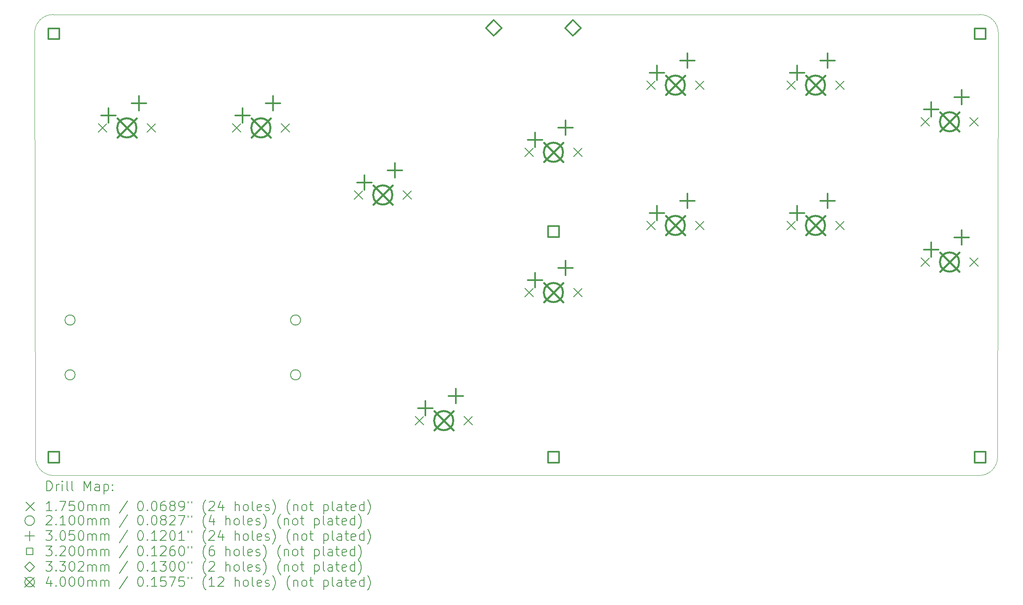
<source format=gbr>
%FSLAX45Y45*%
G04 Gerber Fmt 4.5, Leading zero omitted, Abs format (unit mm)*
G04 Created by KiCad (PCBNEW (6.0.4)) date 2022-07-03 17:31:04*
%MOMM*%
%LPD*%
G01*
G04 APERTURE LIST*
%TA.AperFunction,Profile*%
%ADD10C,0.100000*%
%TD*%
%ADD11C,0.200000*%
%ADD12C,0.175000*%
%ADD13C,0.210000*%
%ADD14C,0.305000*%
%ADD15C,0.320000*%
%ADD16C,0.330200*%
%ADD17C,0.400000*%
G04 APERTURE END LIST*
D10*
X12573000Y-17018000D02*
X12557592Y-8181000D01*
X32639000Y-8181000D02*
G75*
G03*
X32258000Y-7800000I-381000J0D01*
G01*
X12954000Y-17399000D02*
X32242592Y-17399000D01*
X12573000Y-17018000D02*
G75*
G03*
X12954000Y-17399000I381000J0D01*
G01*
X32623592Y-17018000D02*
X32639000Y-8181000D01*
X12938592Y-7800002D02*
G75*
G03*
X12557592Y-8181000I-2J-380998D01*
G01*
X32242592Y-17399002D02*
G75*
G03*
X32623592Y-17018000I-2J381002D01*
G01*
X12938592Y-7800000D02*
X32258000Y-7800000D01*
D11*
D12*
X13882500Y-10072500D02*
X14057500Y-10247500D01*
X14057500Y-10072500D02*
X13882500Y-10247500D01*
X14898500Y-10072500D02*
X15073500Y-10247500D01*
X15073500Y-10072500D02*
X14898500Y-10247500D01*
X16676500Y-10072500D02*
X16851500Y-10247500D01*
X16851500Y-10072500D02*
X16676500Y-10247500D01*
X17692500Y-10072500D02*
X17867500Y-10247500D01*
X17867500Y-10072500D02*
X17692500Y-10247500D01*
X19216500Y-11469500D02*
X19391500Y-11644500D01*
X19391500Y-11469500D02*
X19216500Y-11644500D01*
X20232500Y-11469500D02*
X20407500Y-11644500D01*
X20407500Y-11469500D02*
X20232500Y-11644500D01*
X20486500Y-16168500D02*
X20661500Y-16343500D01*
X20661500Y-16168500D02*
X20486500Y-16343500D01*
X21502500Y-16168500D02*
X21677500Y-16343500D01*
X21677500Y-16168500D02*
X21502500Y-16343500D01*
X22772500Y-10580500D02*
X22947500Y-10755500D01*
X22947500Y-10580500D02*
X22772500Y-10755500D01*
X22772500Y-13501500D02*
X22947500Y-13676500D01*
X22947500Y-13501500D02*
X22772500Y-13676500D01*
X23788500Y-10580500D02*
X23963500Y-10755500D01*
X23963500Y-10580500D02*
X23788500Y-10755500D01*
X23788500Y-13501500D02*
X23963500Y-13676500D01*
X23963500Y-13501500D02*
X23788500Y-13676500D01*
X25312500Y-9183500D02*
X25487500Y-9358500D01*
X25487500Y-9183500D02*
X25312500Y-9358500D01*
X25312500Y-12104500D02*
X25487500Y-12279500D01*
X25487500Y-12104500D02*
X25312500Y-12279500D01*
X26328500Y-9183500D02*
X26503500Y-9358500D01*
X26503500Y-9183500D02*
X26328500Y-9358500D01*
X26328500Y-12104500D02*
X26503500Y-12279500D01*
X26503500Y-12104500D02*
X26328500Y-12279500D01*
X28233500Y-9183500D02*
X28408500Y-9358500D01*
X28408500Y-9183500D02*
X28233500Y-9358500D01*
X28233500Y-12104500D02*
X28408500Y-12279500D01*
X28408500Y-12104500D02*
X28233500Y-12279500D01*
X29249500Y-9183500D02*
X29424500Y-9358500D01*
X29424500Y-9183500D02*
X29249500Y-9358500D01*
X29249500Y-12104500D02*
X29424500Y-12279500D01*
X29424500Y-12104500D02*
X29249500Y-12279500D01*
X31027500Y-9945500D02*
X31202500Y-10120500D01*
X31202500Y-9945500D02*
X31027500Y-10120500D01*
X31027500Y-12866500D02*
X31202500Y-13041500D01*
X31202500Y-12866500D02*
X31027500Y-13041500D01*
X32043500Y-9945500D02*
X32218500Y-10120500D01*
X32218500Y-9945500D02*
X32043500Y-10120500D01*
X32043500Y-12866500D02*
X32218500Y-13041500D01*
X32218500Y-12866500D02*
X32043500Y-13041500D01*
D13*
X13399500Y-14162000D02*
G75*
G03*
X13399500Y-14162000I-105000J0D01*
G01*
X13399500Y-15302000D02*
G75*
G03*
X13399500Y-15302000I-105000J0D01*
G01*
X18099500Y-14162000D02*
G75*
G03*
X18099500Y-14162000I-105000J0D01*
G01*
X18099500Y-15302000D02*
G75*
G03*
X18099500Y-15302000I-105000J0D01*
G01*
D14*
X14097000Y-9753500D02*
X14097000Y-10058500D01*
X13944500Y-9906000D02*
X14249500Y-9906000D01*
X14732000Y-9499500D02*
X14732000Y-9804500D01*
X14579500Y-9652000D02*
X14884500Y-9652000D01*
X16891000Y-9753500D02*
X16891000Y-10058500D01*
X16738500Y-9906000D02*
X17043500Y-9906000D01*
X17526000Y-9499500D02*
X17526000Y-9804500D01*
X17373500Y-9652000D02*
X17678500Y-9652000D01*
X19431000Y-11150500D02*
X19431000Y-11455500D01*
X19278500Y-11303000D02*
X19583500Y-11303000D01*
X20066000Y-10896500D02*
X20066000Y-11201500D01*
X19913500Y-11049000D02*
X20218500Y-11049000D01*
X20701000Y-15849500D02*
X20701000Y-16154500D01*
X20548500Y-16002000D02*
X20853500Y-16002000D01*
X21336000Y-15595500D02*
X21336000Y-15900500D01*
X21183500Y-15748000D02*
X21488500Y-15748000D01*
X22987000Y-10261500D02*
X22987000Y-10566500D01*
X22834500Y-10414000D02*
X23139500Y-10414000D01*
X22987000Y-13182500D02*
X22987000Y-13487500D01*
X22834500Y-13335000D02*
X23139500Y-13335000D01*
X23622000Y-10007500D02*
X23622000Y-10312500D01*
X23469500Y-10160000D02*
X23774500Y-10160000D01*
X23622000Y-12928500D02*
X23622000Y-13233500D01*
X23469500Y-13081000D02*
X23774500Y-13081000D01*
X25527000Y-8864500D02*
X25527000Y-9169500D01*
X25374500Y-9017000D02*
X25679500Y-9017000D01*
X25527000Y-11785500D02*
X25527000Y-12090500D01*
X25374500Y-11938000D02*
X25679500Y-11938000D01*
X26162000Y-8610500D02*
X26162000Y-8915500D01*
X26009500Y-8763000D02*
X26314500Y-8763000D01*
X26162000Y-11531500D02*
X26162000Y-11836500D01*
X26009500Y-11684000D02*
X26314500Y-11684000D01*
X28448000Y-8864500D02*
X28448000Y-9169500D01*
X28295500Y-9017000D02*
X28600500Y-9017000D01*
X28448000Y-11785500D02*
X28448000Y-12090500D01*
X28295500Y-11938000D02*
X28600500Y-11938000D01*
X29083000Y-8610500D02*
X29083000Y-8915500D01*
X28930500Y-8763000D02*
X29235500Y-8763000D01*
X29083000Y-11531500D02*
X29083000Y-11836500D01*
X28930500Y-11684000D02*
X29235500Y-11684000D01*
X31242000Y-9626500D02*
X31242000Y-9931500D01*
X31089500Y-9779000D02*
X31394500Y-9779000D01*
X31242000Y-12547500D02*
X31242000Y-12852500D01*
X31089500Y-12700000D02*
X31394500Y-12700000D01*
X31877000Y-9372500D02*
X31877000Y-9677500D01*
X31724500Y-9525000D02*
X32029500Y-9525000D01*
X31877000Y-12293500D02*
X31877000Y-12598500D01*
X31724500Y-12446000D02*
X32029500Y-12446000D01*
D15*
X13067138Y-8313138D02*
X13067138Y-8086862D01*
X12840862Y-8086862D01*
X12840862Y-8313138D01*
X13067138Y-8313138D01*
X13067138Y-17131138D02*
X13067138Y-16904862D01*
X12840862Y-16904862D01*
X12840862Y-17131138D01*
X13067138Y-17131138D01*
X23481138Y-12432138D02*
X23481138Y-12205862D01*
X23254862Y-12205862D01*
X23254862Y-12432138D01*
X23481138Y-12432138D01*
X23481138Y-17131138D02*
X23481138Y-16904862D01*
X23254862Y-16904862D01*
X23254862Y-17131138D01*
X23481138Y-17131138D01*
X32371138Y-8313138D02*
X32371138Y-8086862D01*
X32144862Y-8086862D01*
X32144862Y-8313138D01*
X32371138Y-8313138D01*
X32371138Y-17131138D02*
X32371138Y-16904862D01*
X32144862Y-16904862D01*
X32144862Y-17131138D01*
X32371138Y-17131138D01*
D16*
X22123500Y-8245975D02*
X22288600Y-8080875D01*
X22123500Y-7915775D01*
X21958400Y-8080875D01*
X22123500Y-8245975D01*
X23774500Y-8245975D02*
X23939600Y-8080875D01*
X23774500Y-7915775D01*
X23609400Y-8080875D01*
X23774500Y-8245975D01*
D17*
X14278000Y-9960000D02*
X14678000Y-10360000D01*
X14678000Y-9960000D02*
X14278000Y-10360000D01*
X14678000Y-10160000D02*
G75*
G03*
X14678000Y-10160000I-200000J0D01*
G01*
X17072000Y-9960000D02*
X17472000Y-10360000D01*
X17472000Y-9960000D02*
X17072000Y-10360000D01*
X17472000Y-10160000D02*
G75*
G03*
X17472000Y-10160000I-200000J0D01*
G01*
X19612000Y-11357000D02*
X20012000Y-11757000D01*
X20012000Y-11357000D02*
X19612000Y-11757000D01*
X20012000Y-11557000D02*
G75*
G03*
X20012000Y-11557000I-200000J0D01*
G01*
X20882000Y-16056000D02*
X21282000Y-16456000D01*
X21282000Y-16056000D02*
X20882000Y-16456000D01*
X21282000Y-16256000D02*
G75*
G03*
X21282000Y-16256000I-200000J0D01*
G01*
X23168000Y-10468000D02*
X23568000Y-10868000D01*
X23568000Y-10468000D02*
X23168000Y-10868000D01*
X23568000Y-10668000D02*
G75*
G03*
X23568000Y-10668000I-200000J0D01*
G01*
X23168000Y-13389000D02*
X23568000Y-13789000D01*
X23568000Y-13389000D02*
X23168000Y-13789000D01*
X23568000Y-13589000D02*
G75*
G03*
X23568000Y-13589000I-200000J0D01*
G01*
X25708000Y-9071000D02*
X26108000Y-9471000D01*
X26108000Y-9071000D02*
X25708000Y-9471000D01*
X26108000Y-9271000D02*
G75*
G03*
X26108000Y-9271000I-200000J0D01*
G01*
X25708000Y-11992000D02*
X26108000Y-12392000D01*
X26108000Y-11992000D02*
X25708000Y-12392000D01*
X26108000Y-12192000D02*
G75*
G03*
X26108000Y-12192000I-200000J0D01*
G01*
X28629000Y-9071000D02*
X29029000Y-9471000D01*
X29029000Y-9071000D02*
X28629000Y-9471000D01*
X29029000Y-9271000D02*
G75*
G03*
X29029000Y-9271000I-200000J0D01*
G01*
X28629000Y-11992000D02*
X29029000Y-12392000D01*
X29029000Y-11992000D02*
X28629000Y-12392000D01*
X29029000Y-12192000D02*
G75*
G03*
X29029000Y-12192000I-200000J0D01*
G01*
X31423000Y-9833000D02*
X31823000Y-10233000D01*
X31823000Y-9833000D02*
X31423000Y-10233000D01*
X31823000Y-10033000D02*
G75*
G03*
X31823000Y-10033000I-200000J0D01*
G01*
X31423000Y-12754000D02*
X31823000Y-13154000D01*
X31823000Y-12754000D02*
X31423000Y-13154000D01*
X31823000Y-12954000D02*
G75*
G03*
X31823000Y-12954000I-200000J0D01*
G01*
D11*
X12810211Y-17714476D02*
X12810211Y-17514476D01*
X12857830Y-17514476D01*
X12886402Y-17524000D01*
X12905449Y-17543048D01*
X12914973Y-17562095D01*
X12924497Y-17600190D01*
X12924497Y-17628762D01*
X12914973Y-17666857D01*
X12905449Y-17685905D01*
X12886402Y-17704952D01*
X12857830Y-17714476D01*
X12810211Y-17714476D01*
X13010211Y-17714476D02*
X13010211Y-17581143D01*
X13010211Y-17619238D02*
X13019735Y-17600190D01*
X13029259Y-17590667D01*
X13048306Y-17581143D01*
X13067354Y-17581143D01*
X13134021Y-17714476D02*
X13134021Y-17581143D01*
X13134021Y-17514476D02*
X13124497Y-17524000D01*
X13134021Y-17533524D01*
X13143545Y-17524000D01*
X13134021Y-17514476D01*
X13134021Y-17533524D01*
X13257830Y-17714476D02*
X13238783Y-17704952D01*
X13229259Y-17685905D01*
X13229259Y-17514476D01*
X13362592Y-17714476D02*
X13343545Y-17704952D01*
X13334021Y-17685905D01*
X13334021Y-17514476D01*
X13591164Y-17714476D02*
X13591164Y-17514476D01*
X13657830Y-17657333D01*
X13724497Y-17514476D01*
X13724497Y-17714476D01*
X13905449Y-17714476D02*
X13905449Y-17609714D01*
X13895926Y-17590667D01*
X13876878Y-17581143D01*
X13838783Y-17581143D01*
X13819735Y-17590667D01*
X13905449Y-17704952D02*
X13886402Y-17714476D01*
X13838783Y-17714476D01*
X13819735Y-17704952D01*
X13810211Y-17685905D01*
X13810211Y-17666857D01*
X13819735Y-17647810D01*
X13838783Y-17638286D01*
X13886402Y-17638286D01*
X13905449Y-17628762D01*
X14000687Y-17581143D02*
X14000687Y-17781143D01*
X14000687Y-17590667D02*
X14019735Y-17581143D01*
X14057830Y-17581143D01*
X14076878Y-17590667D01*
X14086402Y-17600190D01*
X14095926Y-17619238D01*
X14095926Y-17676381D01*
X14086402Y-17695429D01*
X14076878Y-17704952D01*
X14057830Y-17714476D01*
X14019735Y-17714476D01*
X14000687Y-17704952D01*
X14181640Y-17695429D02*
X14191164Y-17704952D01*
X14181640Y-17714476D01*
X14172116Y-17704952D01*
X14181640Y-17695429D01*
X14181640Y-17714476D01*
X14181640Y-17590667D02*
X14191164Y-17600190D01*
X14181640Y-17609714D01*
X14172116Y-17600190D01*
X14181640Y-17590667D01*
X14181640Y-17609714D01*
D12*
X12377592Y-17956500D02*
X12552592Y-18131500D01*
X12552592Y-17956500D02*
X12377592Y-18131500D01*
D11*
X12914973Y-18134476D02*
X12800687Y-18134476D01*
X12857830Y-18134476D02*
X12857830Y-17934476D01*
X12838783Y-17963048D01*
X12819735Y-17982095D01*
X12800687Y-17991619D01*
X13000687Y-18115429D02*
X13010211Y-18124952D01*
X13000687Y-18134476D01*
X12991164Y-18124952D01*
X13000687Y-18115429D01*
X13000687Y-18134476D01*
X13076878Y-17934476D02*
X13210211Y-17934476D01*
X13124497Y-18134476D01*
X13381640Y-17934476D02*
X13286402Y-17934476D01*
X13276878Y-18029714D01*
X13286402Y-18020190D01*
X13305449Y-18010667D01*
X13353068Y-18010667D01*
X13372116Y-18020190D01*
X13381640Y-18029714D01*
X13391164Y-18048762D01*
X13391164Y-18096381D01*
X13381640Y-18115429D01*
X13372116Y-18124952D01*
X13353068Y-18134476D01*
X13305449Y-18134476D01*
X13286402Y-18124952D01*
X13276878Y-18115429D01*
X13514973Y-17934476D02*
X13534021Y-17934476D01*
X13553068Y-17944000D01*
X13562592Y-17953524D01*
X13572116Y-17972571D01*
X13581640Y-18010667D01*
X13581640Y-18058286D01*
X13572116Y-18096381D01*
X13562592Y-18115429D01*
X13553068Y-18124952D01*
X13534021Y-18134476D01*
X13514973Y-18134476D01*
X13495926Y-18124952D01*
X13486402Y-18115429D01*
X13476878Y-18096381D01*
X13467354Y-18058286D01*
X13467354Y-18010667D01*
X13476878Y-17972571D01*
X13486402Y-17953524D01*
X13495926Y-17944000D01*
X13514973Y-17934476D01*
X13667354Y-18134476D02*
X13667354Y-18001143D01*
X13667354Y-18020190D02*
X13676878Y-18010667D01*
X13695926Y-18001143D01*
X13724497Y-18001143D01*
X13743545Y-18010667D01*
X13753068Y-18029714D01*
X13753068Y-18134476D01*
X13753068Y-18029714D02*
X13762592Y-18010667D01*
X13781640Y-18001143D01*
X13810211Y-18001143D01*
X13829259Y-18010667D01*
X13838783Y-18029714D01*
X13838783Y-18134476D01*
X13934021Y-18134476D02*
X13934021Y-18001143D01*
X13934021Y-18020190D02*
X13943545Y-18010667D01*
X13962592Y-18001143D01*
X13991164Y-18001143D01*
X14010211Y-18010667D01*
X14019735Y-18029714D01*
X14019735Y-18134476D01*
X14019735Y-18029714D02*
X14029259Y-18010667D01*
X14048306Y-18001143D01*
X14076878Y-18001143D01*
X14095926Y-18010667D01*
X14105449Y-18029714D01*
X14105449Y-18134476D01*
X14495926Y-17924952D02*
X14324497Y-18182095D01*
X14753068Y-17934476D02*
X14772116Y-17934476D01*
X14791164Y-17944000D01*
X14800687Y-17953524D01*
X14810211Y-17972571D01*
X14819735Y-18010667D01*
X14819735Y-18058286D01*
X14810211Y-18096381D01*
X14800687Y-18115429D01*
X14791164Y-18124952D01*
X14772116Y-18134476D01*
X14753068Y-18134476D01*
X14734021Y-18124952D01*
X14724497Y-18115429D01*
X14714973Y-18096381D01*
X14705449Y-18058286D01*
X14705449Y-18010667D01*
X14714973Y-17972571D01*
X14724497Y-17953524D01*
X14734021Y-17944000D01*
X14753068Y-17934476D01*
X14905449Y-18115429D02*
X14914973Y-18124952D01*
X14905449Y-18134476D01*
X14895926Y-18124952D01*
X14905449Y-18115429D01*
X14905449Y-18134476D01*
X15038783Y-17934476D02*
X15057830Y-17934476D01*
X15076878Y-17944000D01*
X15086402Y-17953524D01*
X15095926Y-17972571D01*
X15105449Y-18010667D01*
X15105449Y-18058286D01*
X15095926Y-18096381D01*
X15086402Y-18115429D01*
X15076878Y-18124952D01*
X15057830Y-18134476D01*
X15038783Y-18134476D01*
X15019735Y-18124952D01*
X15010211Y-18115429D01*
X15000687Y-18096381D01*
X14991164Y-18058286D01*
X14991164Y-18010667D01*
X15000687Y-17972571D01*
X15010211Y-17953524D01*
X15019735Y-17944000D01*
X15038783Y-17934476D01*
X15276878Y-17934476D02*
X15238783Y-17934476D01*
X15219735Y-17944000D01*
X15210211Y-17953524D01*
X15191164Y-17982095D01*
X15181640Y-18020190D01*
X15181640Y-18096381D01*
X15191164Y-18115429D01*
X15200687Y-18124952D01*
X15219735Y-18134476D01*
X15257830Y-18134476D01*
X15276878Y-18124952D01*
X15286402Y-18115429D01*
X15295926Y-18096381D01*
X15295926Y-18048762D01*
X15286402Y-18029714D01*
X15276878Y-18020190D01*
X15257830Y-18010667D01*
X15219735Y-18010667D01*
X15200687Y-18020190D01*
X15191164Y-18029714D01*
X15181640Y-18048762D01*
X15410211Y-18020190D02*
X15391164Y-18010667D01*
X15381640Y-18001143D01*
X15372116Y-17982095D01*
X15372116Y-17972571D01*
X15381640Y-17953524D01*
X15391164Y-17944000D01*
X15410211Y-17934476D01*
X15448306Y-17934476D01*
X15467354Y-17944000D01*
X15476878Y-17953524D01*
X15486402Y-17972571D01*
X15486402Y-17982095D01*
X15476878Y-18001143D01*
X15467354Y-18010667D01*
X15448306Y-18020190D01*
X15410211Y-18020190D01*
X15391164Y-18029714D01*
X15381640Y-18039238D01*
X15372116Y-18058286D01*
X15372116Y-18096381D01*
X15381640Y-18115429D01*
X15391164Y-18124952D01*
X15410211Y-18134476D01*
X15448306Y-18134476D01*
X15467354Y-18124952D01*
X15476878Y-18115429D01*
X15486402Y-18096381D01*
X15486402Y-18058286D01*
X15476878Y-18039238D01*
X15467354Y-18029714D01*
X15448306Y-18020190D01*
X15581640Y-18134476D02*
X15619735Y-18134476D01*
X15638783Y-18124952D01*
X15648306Y-18115429D01*
X15667354Y-18086857D01*
X15676878Y-18048762D01*
X15676878Y-17972571D01*
X15667354Y-17953524D01*
X15657830Y-17944000D01*
X15638783Y-17934476D01*
X15600687Y-17934476D01*
X15581640Y-17944000D01*
X15572116Y-17953524D01*
X15562592Y-17972571D01*
X15562592Y-18020190D01*
X15572116Y-18039238D01*
X15581640Y-18048762D01*
X15600687Y-18058286D01*
X15638783Y-18058286D01*
X15657830Y-18048762D01*
X15667354Y-18039238D01*
X15676878Y-18020190D01*
X15753068Y-17934476D02*
X15753068Y-17972571D01*
X15829259Y-17934476D02*
X15829259Y-17972571D01*
X16124497Y-18210667D02*
X16114973Y-18201143D01*
X16095926Y-18172571D01*
X16086402Y-18153524D01*
X16076878Y-18124952D01*
X16067354Y-18077333D01*
X16067354Y-18039238D01*
X16076878Y-17991619D01*
X16086402Y-17963048D01*
X16095926Y-17944000D01*
X16114973Y-17915429D01*
X16124497Y-17905905D01*
X16191164Y-17953524D02*
X16200687Y-17944000D01*
X16219735Y-17934476D01*
X16267354Y-17934476D01*
X16286402Y-17944000D01*
X16295926Y-17953524D01*
X16305449Y-17972571D01*
X16305449Y-17991619D01*
X16295926Y-18020190D01*
X16181640Y-18134476D01*
X16305449Y-18134476D01*
X16476878Y-18001143D02*
X16476878Y-18134476D01*
X16429259Y-17924952D02*
X16381640Y-18067810D01*
X16505449Y-18067810D01*
X16734021Y-18134476D02*
X16734021Y-17934476D01*
X16819735Y-18134476D02*
X16819735Y-18029714D01*
X16810211Y-18010667D01*
X16791164Y-18001143D01*
X16762592Y-18001143D01*
X16743545Y-18010667D01*
X16734021Y-18020190D01*
X16943545Y-18134476D02*
X16924497Y-18124952D01*
X16914973Y-18115429D01*
X16905449Y-18096381D01*
X16905449Y-18039238D01*
X16914973Y-18020190D01*
X16924497Y-18010667D01*
X16943545Y-18001143D01*
X16972116Y-18001143D01*
X16991164Y-18010667D01*
X17000688Y-18020190D01*
X17010211Y-18039238D01*
X17010211Y-18096381D01*
X17000688Y-18115429D01*
X16991164Y-18124952D01*
X16972116Y-18134476D01*
X16943545Y-18134476D01*
X17124497Y-18134476D02*
X17105449Y-18124952D01*
X17095926Y-18105905D01*
X17095926Y-17934476D01*
X17276878Y-18124952D02*
X17257830Y-18134476D01*
X17219735Y-18134476D01*
X17200688Y-18124952D01*
X17191164Y-18105905D01*
X17191164Y-18029714D01*
X17200688Y-18010667D01*
X17219735Y-18001143D01*
X17257830Y-18001143D01*
X17276878Y-18010667D01*
X17286402Y-18029714D01*
X17286402Y-18048762D01*
X17191164Y-18067810D01*
X17362592Y-18124952D02*
X17381640Y-18134476D01*
X17419735Y-18134476D01*
X17438783Y-18124952D01*
X17448307Y-18105905D01*
X17448307Y-18096381D01*
X17438783Y-18077333D01*
X17419735Y-18067810D01*
X17391164Y-18067810D01*
X17372116Y-18058286D01*
X17362592Y-18039238D01*
X17362592Y-18029714D01*
X17372116Y-18010667D01*
X17391164Y-18001143D01*
X17419735Y-18001143D01*
X17438783Y-18010667D01*
X17514973Y-18210667D02*
X17524497Y-18201143D01*
X17543545Y-18172571D01*
X17553068Y-18153524D01*
X17562592Y-18124952D01*
X17572116Y-18077333D01*
X17572116Y-18039238D01*
X17562592Y-17991619D01*
X17553068Y-17963048D01*
X17543545Y-17944000D01*
X17524497Y-17915429D01*
X17514973Y-17905905D01*
X17876878Y-18210667D02*
X17867354Y-18201143D01*
X17848307Y-18172571D01*
X17838783Y-18153524D01*
X17829259Y-18124952D01*
X17819735Y-18077333D01*
X17819735Y-18039238D01*
X17829259Y-17991619D01*
X17838783Y-17963048D01*
X17848307Y-17944000D01*
X17867354Y-17915429D01*
X17876878Y-17905905D01*
X17953068Y-18001143D02*
X17953068Y-18134476D01*
X17953068Y-18020190D02*
X17962592Y-18010667D01*
X17981640Y-18001143D01*
X18010211Y-18001143D01*
X18029259Y-18010667D01*
X18038783Y-18029714D01*
X18038783Y-18134476D01*
X18162592Y-18134476D02*
X18143545Y-18124952D01*
X18134021Y-18115429D01*
X18124497Y-18096381D01*
X18124497Y-18039238D01*
X18134021Y-18020190D01*
X18143545Y-18010667D01*
X18162592Y-18001143D01*
X18191164Y-18001143D01*
X18210211Y-18010667D01*
X18219735Y-18020190D01*
X18229259Y-18039238D01*
X18229259Y-18096381D01*
X18219735Y-18115429D01*
X18210211Y-18124952D01*
X18191164Y-18134476D01*
X18162592Y-18134476D01*
X18286402Y-18001143D02*
X18362592Y-18001143D01*
X18314973Y-17934476D02*
X18314973Y-18105905D01*
X18324497Y-18124952D01*
X18343545Y-18134476D01*
X18362592Y-18134476D01*
X18581640Y-18001143D02*
X18581640Y-18201143D01*
X18581640Y-18010667D02*
X18600688Y-18001143D01*
X18638783Y-18001143D01*
X18657830Y-18010667D01*
X18667354Y-18020190D01*
X18676878Y-18039238D01*
X18676878Y-18096381D01*
X18667354Y-18115429D01*
X18657830Y-18124952D01*
X18638783Y-18134476D01*
X18600688Y-18134476D01*
X18581640Y-18124952D01*
X18791164Y-18134476D02*
X18772116Y-18124952D01*
X18762592Y-18105905D01*
X18762592Y-17934476D01*
X18953068Y-18134476D02*
X18953068Y-18029714D01*
X18943545Y-18010667D01*
X18924497Y-18001143D01*
X18886402Y-18001143D01*
X18867354Y-18010667D01*
X18953068Y-18124952D02*
X18934021Y-18134476D01*
X18886402Y-18134476D01*
X18867354Y-18124952D01*
X18857830Y-18105905D01*
X18857830Y-18086857D01*
X18867354Y-18067810D01*
X18886402Y-18058286D01*
X18934021Y-18058286D01*
X18953068Y-18048762D01*
X19019735Y-18001143D02*
X19095926Y-18001143D01*
X19048307Y-17934476D02*
X19048307Y-18105905D01*
X19057830Y-18124952D01*
X19076878Y-18134476D01*
X19095926Y-18134476D01*
X19238783Y-18124952D02*
X19219735Y-18134476D01*
X19181640Y-18134476D01*
X19162592Y-18124952D01*
X19153068Y-18105905D01*
X19153068Y-18029714D01*
X19162592Y-18010667D01*
X19181640Y-18001143D01*
X19219735Y-18001143D01*
X19238783Y-18010667D01*
X19248307Y-18029714D01*
X19248307Y-18048762D01*
X19153068Y-18067810D01*
X19419735Y-18134476D02*
X19419735Y-17934476D01*
X19419735Y-18124952D02*
X19400688Y-18134476D01*
X19362592Y-18134476D01*
X19343545Y-18124952D01*
X19334021Y-18115429D01*
X19324497Y-18096381D01*
X19324497Y-18039238D01*
X19334021Y-18020190D01*
X19343545Y-18010667D01*
X19362592Y-18001143D01*
X19400688Y-18001143D01*
X19419735Y-18010667D01*
X19495926Y-18210667D02*
X19505449Y-18201143D01*
X19524497Y-18172571D01*
X19534021Y-18153524D01*
X19543545Y-18124952D01*
X19553068Y-18077333D01*
X19553068Y-18039238D01*
X19543545Y-17991619D01*
X19534021Y-17963048D01*
X19524497Y-17944000D01*
X19505449Y-17915429D01*
X19495926Y-17905905D01*
X12552592Y-18339000D02*
G75*
G03*
X12552592Y-18339000I-100000J0D01*
G01*
X12800687Y-18248524D02*
X12810211Y-18239000D01*
X12829259Y-18229476D01*
X12876878Y-18229476D01*
X12895926Y-18239000D01*
X12905449Y-18248524D01*
X12914973Y-18267571D01*
X12914973Y-18286619D01*
X12905449Y-18315190D01*
X12791164Y-18429476D01*
X12914973Y-18429476D01*
X13000687Y-18410429D02*
X13010211Y-18419952D01*
X13000687Y-18429476D01*
X12991164Y-18419952D01*
X13000687Y-18410429D01*
X13000687Y-18429476D01*
X13200687Y-18429476D02*
X13086402Y-18429476D01*
X13143545Y-18429476D02*
X13143545Y-18229476D01*
X13124497Y-18258048D01*
X13105449Y-18277095D01*
X13086402Y-18286619D01*
X13324497Y-18229476D02*
X13343545Y-18229476D01*
X13362592Y-18239000D01*
X13372116Y-18248524D01*
X13381640Y-18267571D01*
X13391164Y-18305667D01*
X13391164Y-18353286D01*
X13381640Y-18391381D01*
X13372116Y-18410429D01*
X13362592Y-18419952D01*
X13343545Y-18429476D01*
X13324497Y-18429476D01*
X13305449Y-18419952D01*
X13295926Y-18410429D01*
X13286402Y-18391381D01*
X13276878Y-18353286D01*
X13276878Y-18305667D01*
X13286402Y-18267571D01*
X13295926Y-18248524D01*
X13305449Y-18239000D01*
X13324497Y-18229476D01*
X13514973Y-18229476D02*
X13534021Y-18229476D01*
X13553068Y-18239000D01*
X13562592Y-18248524D01*
X13572116Y-18267571D01*
X13581640Y-18305667D01*
X13581640Y-18353286D01*
X13572116Y-18391381D01*
X13562592Y-18410429D01*
X13553068Y-18419952D01*
X13534021Y-18429476D01*
X13514973Y-18429476D01*
X13495926Y-18419952D01*
X13486402Y-18410429D01*
X13476878Y-18391381D01*
X13467354Y-18353286D01*
X13467354Y-18305667D01*
X13476878Y-18267571D01*
X13486402Y-18248524D01*
X13495926Y-18239000D01*
X13514973Y-18229476D01*
X13667354Y-18429476D02*
X13667354Y-18296143D01*
X13667354Y-18315190D02*
X13676878Y-18305667D01*
X13695926Y-18296143D01*
X13724497Y-18296143D01*
X13743545Y-18305667D01*
X13753068Y-18324714D01*
X13753068Y-18429476D01*
X13753068Y-18324714D02*
X13762592Y-18305667D01*
X13781640Y-18296143D01*
X13810211Y-18296143D01*
X13829259Y-18305667D01*
X13838783Y-18324714D01*
X13838783Y-18429476D01*
X13934021Y-18429476D02*
X13934021Y-18296143D01*
X13934021Y-18315190D02*
X13943545Y-18305667D01*
X13962592Y-18296143D01*
X13991164Y-18296143D01*
X14010211Y-18305667D01*
X14019735Y-18324714D01*
X14019735Y-18429476D01*
X14019735Y-18324714D02*
X14029259Y-18305667D01*
X14048306Y-18296143D01*
X14076878Y-18296143D01*
X14095926Y-18305667D01*
X14105449Y-18324714D01*
X14105449Y-18429476D01*
X14495926Y-18219952D02*
X14324497Y-18477095D01*
X14753068Y-18229476D02*
X14772116Y-18229476D01*
X14791164Y-18239000D01*
X14800687Y-18248524D01*
X14810211Y-18267571D01*
X14819735Y-18305667D01*
X14819735Y-18353286D01*
X14810211Y-18391381D01*
X14800687Y-18410429D01*
X14791164Y-18419952D01*
X14772116Y-18429476D01*
X14753068Y-18429476D01*
X14734021Y-18419952D01*
X14724497Y-18410429D01*
X14714973Y-18391381D01*
X14705449Y-18353286D01*
X14705449Y-18305667D01*
X14714973Y-18267571D01*
X14724497Y-18248524D01*
X14734021Y-18239000D01*
X14753068Y-18229476D01*
X14905449Y-18410429D02*
X14914973Y-18419952D01*
X14905449Y-18429476D01*
X14895926Y-18419952D01*
X14905449Y-18410429D01*
X14905449Y-18429476D01*
X15038783Y-18229476D02*
X15057830Y-18229476D01*
X15076878Y-18239000D01*
X15086402Y-18248524D01*
X15095926Y-18267571D01*
X15105449Y-18305667D01*
X15105449Y-18353286D01*
X15095926Y-18391381D01*
X15086402Y-18410429D01*
X15076878Y-18419952D01*
X15057830Y-18429476D01*
X15038783Y-18429476D01*
X15019735Y-18419952D01*
X15010211Y-18410429D01*
X15000687Y-18391381D01*
X14991164Y-18353286D01*
X14991164Y-18305667D01*
X15000687Y-18267571D01*
X15010211Y-18248524D01*
X15019735Y-18239000D01*
X15038783Y-18229476D01*
X15219735Y-18315190D02*
X15200687Y-18305667D01*
X15191164Y-18296143D01*
X15181640Y-18277095D01*
X15181640Y-18267571D01*
X15191164Y-18248524D01*
X15200687Y-18239000D01*
X15219735Y-18229476D01*
X15257830Y-18229476D01*
X15276878Y-18239000D01*
X15286402Y-18248524D01*
X15295926Y-18267571D01*
X15295926Y-18277095D01*
X15286402Y-18296143D01*
X15276878Y-18305667D01*
X15257830Y-18315190D01*
X15219735Y-18315190D01*
X15200687Y-18324714D01*
X15191164Y-18334238D01*
X15181640Y-18353286D01*
X15181640Y-18391381D01*
X15191164Y-18410429D01*
X15200687Y-18419952D01*
X15219735Y-18429476D01*
X15257830Y-18429476D01*
X15276878Y-18419952D01*
X15286402Y-18410429D01*
X15295926Y-18391381D01*
X15295926Y-18353286D01*
X15286402Y-18334238D01*
X15276878Y-18324714D01*
X15257830Y-18315190D01*
X15372116Y-18248524D02*
X15381640Y-18239000D01*
X15400687Y-18229476D01*
X15448306Y-18229476D01*
X15467354Y-18239000D01*
X15476878Y-18248524D01*
X15486402Y-18267571D01*
X15486402Y-18286619D01*
X15476878Y-18315190D01*
X15362592Y-18429476D01*
X15486402Y-18429476D01*
X15553068Y-18229476D02*
X15686402Y-18229476D01*
X15600687Y-18429476D01*
X15753068Y-18229476D02*
X15753068Y-18267571D01*
X15829259Y-18229476D02*
X15829259Y-18267571D01*
X16124497Y-18505667D02*
X16114973Y-18496143D01*
X16095926Y-18467571D01*
X16086402Y-18448524D01*
X16076878Y-18419952D01*
X16067354Y-18372333D01*
X16067354Y-18334238D01*
X16076878Y-18286619D01*
X16086402Y-18258048D01*
X16095926Y-18239000D01*
X16114973Y-18210429D01*
X16124497Y-18200905D01*
X16286402Y-18296143D02*
X16286402Y-18429476D01*
X16238783Y-18219952D02*
X16191164Y-18362810D01*
X16314973Y-18362810D01*
X16543545Y-18429476D02*
X16543545Y-18229476D01*
X16629259Y-18429476D02*
X16629259Y-18324714D01*
X16619735Y-18305667D01*
X16600687Y-18296143D01*
X16572116Y-18296143D01*
X16553068Y-18305667D01*
X16543545Y-18315190D01*
X16753068Y-18429476D02*
X16734021Y-18419952D01*
X16724497Y-18410429D01*
X16714973Y-18391381D01*
X16714973Y-18334238D01*
X16724497Y-18315190D01*
X16734021Y-18305667D01*
X16753068Y-18296143D01*
X16781640Y-18296143D01*
X16800688Y-18305667D01*
X16810211Y-18315190D01*
X16819735Y-18334238D01*
X16819735Y-18391381D01*
X16810211Y-18410429D01*
X16800688Y-18419952D01*
X16781640Y-18429476D01*
X16753068Y-18429476D01*
X16934021Y-18429476D02*
X16914973Y-18419952D01*
X16905449Y-18400905D01*
X16905449Y-18229476D01*
X17086402Y-18419952D02*
X17067354Y-18429476D01*
X17029259Y-18429476D01*
X17010211Y-18419952D01*
X17000688Y-18400905D01*
X17000688Y-18324714D01*
X17010211Y-18305667D01*
X17029259Y-18296143D01*
X17067354Y-18296143D01*
X17086402Y-18305667D01*
X17095926Y-18324714D01*
X17095926Y-18343762D01*
X17000688Y-18362810D01*
X17172116Y-18419952D02*
X17191164Y-18429476D01*
X17229259Y-18429476D01*
X17248307Y-18419952D01*
X17257830Y-18400905D01*
X17257830Y-18391381D01*
X17248307Y-18372333D01*
X17229259Y-18362810D01*
X17200688Y-18362810D01*
X17181640Y-18353286D01*
X17172116Y-18334238D01*
X17172116Y-18324714D01*
X17181640Y-18305667D01*
X17200688Y-18296143D01*
X17229259Y-18296143D01*
X17248307Y-18305667D01*
X17324497Y-18505667D02*
X17334021Y-18496143D01*
X17353068Y-18467571D01*
X17362592Y-18448524D01*
X17372116Y-18419952D01*
X17381640Y-18372333D01*
X17381640Y-18334238D01*
X17372116Y-18286619D01*
X17362592Y-18258048D01*
X17353068Y-18239000D01*
X17334021Y-18210429D01*
X17324497Y-18200905D01*
X17686402Y-18505667D02*
X17676878Y-18496143D01*
X17657830Y-18467571D01*
X17648307Y-18448524D01*
X17638783Y-18419952D01*
X17629259Y-18372333D01*
X17629259Y-18334238D01*
X17638783Y-18286619D01*
X17648307Y-18258048D01*
X17657830Y-18239000D01*
X17676878Y-18210429D01*
X17686402Y-18200905D01*
X17762592Y-18296143D02*
X17762592Y-18429476D01*
X17762592Y-18315190D02*
X17772116Y-18305667D01*
X17791164Y-18296143D01*
X17819735Y-18296143D01*
X17838783Y-18305667D01*
X17848307Y-18324714D01*
X17848307Y-18429476D01*
X17972116Y-18429476D02*
X17953068Y-18419952D01*
X17943545Y-18410429D01*
X17934021Y-18391381D01*
X17934021Y-18334238D01*
X17943545Y-18315190D01*
X17953068Y-18305667D01*
X17972116Y-18296143D01*
X18000688Y-18296143D01*
X18019735Y-18305667D01*
X18029259Y-18315190D01*
X18038783Y-18334238D01*
X18038783Y-18391381D01*
X18029259Y-18410429D01*
X18019735Y-18419952D01*
X18000688Y-18429476D01*
X17972116Y-18429476D01*
X18095926Y-18296143D02*
X18172116Y-18296143D01*
X18124497Y-18229476D02*
X18124497Y-18400905D01*
X18134021Y-18419952D01*
X18153068Y-18429476D01*
X18172116Y-18429476D01*
X18391164Y-18296143D02*
X18391164Y-18496143D01*
X18391164Y-18305667D02*
X18410211Y-18296143D01*
X18448307Y-18296143D01*
X18467354Y-18305667D01*
X18476878Y-18315190D01*
X18486402Y-18334238D01*
X18486402Y-18391381D01*
X18476878Y-18410429D01*
X18467354Y-18419952D01*
X18448307Y-18429476D01*
X18410211Y-18429476D01*
X18391164Y-18419952D01*
X18600688Y-18429476D02*
X18581640Y-18419952D01*
X18572116Y-18400905D01*
X18572116Y-18229476D01*
X18762592Y-18429476D02*
X18762592Y-18324714D01*
X18753068Y-18305667D01*
X18734021Y-18296143D01*
X18695926Y-18296143D01*
X18676878Y-18305667D01*
X18762592Y-18419952D02*
X18743545Y-18429476D01*
X18695926Y-18429476D01*
X18676878Y-18419952D01*
X18667354Y-18400905D01*
X18667354Y-18381857D01*
X18676878Y-18362810D01*
X18695926Y-18353286D01*
X18743545Y-18353286D01*
X18762592Y-18343762D01*
X18829259Y-18296143D02*
X18905449Y-18296143D01*
X18857830Y-18229476D02*
X18857830Y-18400905D01*
X18867354Y-18419952D01*
X18886402Y-18429476D01*
X18905449Y-18429476D01*
X19048307Y-18419952D02*
X19029259Y-18429476D01*
X18991164Y-18429476D01*
X18972116Y-18419952D01*
X18962592Y-18400905D01*
X18962592Y-18324714D01*
X18972116Y-18305667D01*
X18991164Y-18296143D01*
X19029259Y-18296143D01*
X19048307Y-18305667D01*
X19057830Y-18324714D01*
X19057830Y-18343762D01*
X18962592Y-18362810D01*
X19229259Y-18429476D02*
X19229259Y-18229476D01*
X19229259Y-18419952D02*
X19210211Y-18429476D01*
X19172116Y-18429476D01*
X19153068Y-18419952D01*
X19143545Y-18410429D01*
X19134021Y-18391381D01*
X19134021Y-18334238D01*
X19143545Y-18315190D01*
X19153068Y-18305667D01*
X19172116Y-18296143D01*
X19210211Y-18296143D01*
X19229259Y-18305667D01*
X19305449Y-18505667D02*
X19314973Y-18496143D01*
X19334021Y-18467571D01*
X19343545Y-18448524D01*
X19353068Y-18419952D01*
X19362592Y-18372333D01*
X19362592Y-18334238D01*
X19353068Y-18286619D01*
X19343545Y-18258048D01*
X19334021Y-18239000D01*
X19314973Y-18210429D01*
X19305449Y-18200905D01*
X12452592Y-18559000D02*
X12452592Y-18759000D01*
X12352592Y-18659000D02*
X12552592Y-18659000D01*
X12791164Y-18549476D02*
X12914973Y-18549476D01*
X12848306Y-18625667D01*
X12876878Y-18625667D01*
X12895926Y-18635190D01*
X12905449Y-18644714D01*
X12914973Y-18663762D01*
X12914973Y-18711381D01*
X12905449Y-18730429D01*
X12895926Y-18739952D01*
X12876878Y-18749476D01*
X12819735Y-18749476D01*
X12800687Y-18739952D01*
X12791164Y-18730429D01*
X13000687Y-18730429D02*
X13010211Y-18739952D01*
X13000687Y-18749476D01*
X12991164Y-18739952D01*
X13000687Y-18730429D01*
X13000687Y-18749476D01*
X13134021Y-18549476D02*
X13153068Y-18549476D01*
X13172116Y-18559000D01*
X13181640Y-18568524D01*
X13191164Y-18587571D01*
X13200687Y-18625667D01*
X13200687Y-18673286D01*
X13191164Y-18711381D01*
X13181640Y-18730429D01*
X13172116Y-18739952D01*
X13153068Y-18749476D01*
X13134021Y-18749476D01*
X13114973Y-18739952D01*
X13105449Y-18730429D01*
X13095926Y-18711381D01*
X13086402Y-18673286D01*
X13086402Y-18625667D01*
X13095926Y-18587571D01*
X13105449Y-18568524D01*
X13114973Y-18559000D01*
X13134021Y-18549476D01*
X13381640Y-18549476D02*
X13286402Y-18549476D01*
X13276878Y-18644714D01*
X13286402Y-18635190D01*
X13305449Y-18625667D01*
X13353068Y-18625667D01*
X13372116Y-18635190D01*
X13381640Y-18644714D01*
X13391164Y-18663762D01*
X13391164Y-18711381D01*
X13381640Y-18730429D01*
X13372116Y-18739952D01*
X13353068Y-18749476D01*
X13305449Y-18749476D01*
X13286402Y-18739952D01*
X13276878Y-18730429D01*
X13514973Y-18549476D02*
X13534021Y-18549476D01*
X13553068Y-18559000D01*
X13562592Y-18568524D01*
X13572116Y-18587571D01*
X13581640Y-18625667D01*
X13581640Y-18673286D01*
X13572116Y-18711381D01*
X13562592Y-18730429D01*
X13553068Y-18739952D01*
X13534021Y-18749476D01*
X13514973Y-18749476D01*
X13495926Y-18739952D01*
X13486402Y-18730429D01*
X13476878Y-18711381D01*
X13467354Y-18673286D01*
X13467354Y-18625667D01*
X13476878Y-18587571D01*
X13486402Y-18568524D01*
X13495926Y-18559000D01*
X13514973Y-18549476D01*
X13667354Y-18749476D02*
X13667354Y-18616143D01*
X13667354Y-18635190D02*
X13676878Y-18625667D01*
X13695926Y-18616143D01*
X13724497Y-18616143D01*
X13743545Y-18625667D01*
X13753068Y-18644714D01*
X13753068Y-18749476D01*
X13753068Y-18644714D02*
X13762592Y-18625667D01*
X13781640Y-18616143D01*
X13810211Y-18616143D01*
X13829259Y-18625667D01*
X13838783Y-18644714D01*
X13838783Y-18749476D01*
X13934021Y-18749476D02*
X13934021Y-18616143D01*
X13934021Y-18635190D02*
X13943545Y-18625667D01*
X13962592Y-18616143D01*
X13991164Y-18616143D01*
X14010211Y-18625667D01*
X14019735Y-18644714D01*
X14019735Y-18749476D01*
X14019735Y-18644714D02*
X14029259Y-18625667D01*
X14048306Y-18616143D01*
X14076878Y-18616143D01*
X14095926Y-18625667D01*
X14105449Y-18644714D01*
X14105449Y-18749476D01*
X14495926Y-18539952D02*
X14324497Y-18797095D01*
X14753068Y-18549476D02*
X14772116Y-18549476D01*
X14791164Y-18559000D01*
X14800687Y-18568524D01*
X14810211Y-18587571D01*
X14819735Y-18625667D01*
X14819735Y-18673286D01*
X14810211Y-18711381D01*
X14800687Y-18730429D01*
X14791164Y-18739952D01*
X14772116Y-18749476D01*
X14753068Y-18749476D01*
X14734021Y-18739952D01*
X14724497Y-18730429D01*
X14714973Y-18711381D01*
X14705449Y-18673286D01*
X14705449Y-18625667D01*
X14714973Y-18587571D01*
X14724497Y-18568524D01*
X14734021Y-18559000D01*
X14753068Y-18549476D01*
X14905449Y-18730429D02*
X14914973Y-18739952D01*
X14905449Y-18749476D01*
X14895926Y-18739952D01*
X14905449Y-18730429D01*
X14905449Y-18749476D01*
X15105449Y-18749476D02*
X14991164Y-18749476D01*
X15048306Y-18749476D02*
X15048306Y-18549476D01*
X15029259Y-18578048D01*
X15010211Y-18597095D01*
X14991164Y-18606619D01*
X15181640Y-18568524D02*
X15191164Y-18559000D01*
X15210211Y-18549476D01*
X15257830Y-18549476D01*
X15276878Y-18559000D01*
X15286402Y-18568524D01*
X15295926Y-18587571D01*
X15295926Y-18606619D01*
X15286402Y-18635190D01*
X15172116Y-18749476D01*
X15295926Y-18749476D01*
X15419735Y-18549476D02*
X15438783Y-18549476D01*
X15457830Y-18559000D01*
X15467354Y-18568524D01*
X15476878Y-18587571D01*
X15486402Y-18625667D01*
X15486402Y-18673286D01*
X15476878Y-18711381D01*
X15467354Y-18730429D01*
X15457830Y-18739952D01*
X15438783Y-18749476D01*
X15419735Y-18749476D01*
X15400687Y-18739952D01*
X15391164Y-18730429D01*
X15381640Y-18711381D01*
X15372116Y-18673286D01*
X15372116Y-18625667D01*
X15381640Y-18587571D01*
X15391164Y-18568524D01*
X15400687Y-18559000D01*
X15419735Y-18549476D01*
X15676878Y-18749476D02*
X15562592Y-18749476D01*
X15619735Y-18749476D02*
X15619735Y-18549476D01*
X15600687Y-18578048D01*
X15581640Y-18597095D01*
X15562592Y-18606619D01*
X15753068Y-18549476D02*
X15753068Y-18587571D01*
X15829259Y-18549476D02*
X15829259Y-18587571D01*
X16124497Y-18825667D02*
X16114973Y-18816143D01*
X16095926Y-18787571D01*
X16086402Y-18768524D01*
X16076878Y-18739952D01*
X16067354Y-18692333D01*
X16067354Y-18654238D01*
X16076878Y-18606619D01*
X16086402Y-18578048D01*
X16095926Y-18559000D01*
X16114973Y-18530429D01*
X16124497Y-18520905D01*
X16191164Y-18568524D02*
X16200687Y-18559000D01*
X16219735Y-18549476D01*
X16267354Y-18549476D01*
X16286402Y-18559000D01*
X16295926Y-18568524D01*
X16305449Y-18587571D01*
X16305449Y-18606619D01*
X16295926Y-18635190D01*
X16181640Y-18749476D01*
X16305449Y-18749476D01*
X16476878Y-18616143D02*
X16476878Y-18749476D01*
X16429259Y-18539952D02*
X16381640Y-18682810D01*
X16505449Y-18682810D01*
X16734021Y-18749476D02*
X16734021Y-18549476D01*
X16819735Y-18749476D02*
X16819735Y-18644714D01*
X16810211Y-18625667D01*
X16791164Y-18616143D01*
X16762592Y-18616143D01*
X16743545Y-18625667D01*
X16734021Y-18635190D01*
X16943545Y-18749476D02*
X16924497Y-18739952D01*
X16914973Y-18730429D01*
X16905449Y-18711381D01*
X16905449Y-18654238D01*
X16914973Y-18635190D01*
X16924497Y-18625667D01*
X16943545Y-18616143D01*
X16972116Y-18616143D01*
X16991164Y-18625667D01*
X17000688Y-18635190D01*
X17010211Y-18654238D01*
X17010211Y-18711381D01*
X17000688Y-18730429D01*
X16991164Y-18739952D01*
X16972116Y-18749476D01*
X16943545Y-18749476D01*
X17124497Y-18749476D02*
X17105449Y-18739952D01*
X17095926Y-18720905D01*
X17095926Y-18549476D01*
X17276878Y-18739952D02*
X17257830Y-18749476D01*
X17219735Y-18749476D01*
X17200688Y-18739952D01*
X17191164Y-18720905D01*
X17191164Y-18644714D01*
X17200688Y-18625667D01*
X17219735Y-18616143D01*
X17257830Y-18616143D01*
X17276878Y-18625667D01*
X17286402Y-18644714D01*
X17286402Y-18663762D01*
X17191164Y-18682810D01*
X17362592Y-18739952D02*
X17381640Y-18749476D01*
X17419735Y-18749476D01*
X17438783Y-18739952D01*
X17448307Y-18720905D01*
X17448307Y-18711381D01*
X17438783Y-18692333D01*
X17419735Y-18682810D01*
X17391164Y-18682810D01*
X17372116Y-18673286D01*
X17362592Y-18654238D01*
X17362592Y-18644714D01*
X17372116Y-18625667D01*
X17391164Y-18616143D01*
X17419735Y-18616143D01*
X17438783Y-18625667D01*
X17514973Y-18825667D02*
X17524497Y-18816143D01*
X17543545Y-18787571D01*
X17553068Y-18768524D01*
X17562592Y-18739952D01*
X17572116Y-18692333D01*
X17572116Y-18654238D01*
X17562592Y-18606619D01*
X17553068Y-18578048D01*
X17543545Y-18559000D01*
X17524497Y-18530429D01*
X17514973Y-18520905D01*
X17876878Y-18825667D02*
X17867354Y-18816143D01*
X17848307Y-18787571D01*
X17838783Y-18768524D01*
X17829259Y-18739952D01*
X17819735Y-18692333D01*
X17819735Y-18654238D01*
X17829259Y-18606619D01*
X17838783Y-18578048D01*
X17848307Y-18559000D01*
X17867354Y-18530429D01*
X17876878Y-18520905D01*
X17953068Y-18616143D02*
X17953068Y-18749476D01*
X17953068Y-18635190D02*
X17962592Y-18625667D01*
X17981640Y-18616143D01*
X18010211Y-18616143D01*
X18029259Y-18625667D01*
X18038783Y-18644714D01*
X18038783Y-18749476D01*
X18162592Y-18749476D02*
X18143545Y-18739952D01*
X18134021Y-18730429D01*
X18124497Y-18711381D01*
X18124497Y-18654238D01*
X18134021Y-18635190D01*
X18143545Y-18625667D01*
X18162592Y-18616143D01*
X18191164Y-18616143D01*
X18210211Y-18625667D01*
X18219735Y-18635190D01*
X18229259Y-18654238D01*
X18229259Y-18711381D01*
X18219735Y-18730429D01*
X18210211Y-18739952D01*
X18191164Y-18749476D01*
X18162592Y-18749476D01*
X18286402Y-18616143D02*
X18362592Y-18616143D01*
X18314973Y-18549476D02*
X18314973Y-18720905D01*
X18324497Y-18739952D01*
X18343545Y-18749476D01*
X18362592Y-18749476D01*
X18581640Y-18616143D02*
X18581640Y-18816143D01*
X18581640Y-18625667D02*
X18600688Y-18616143D01*
X18638783Y-18616143D01*
X18657830Y-18625667D01*
X18667354Y-18635190D01*
X18676878Y-18654238D01*
X18676878Y-18711381D01*
X18667354Y-18730429D01*
X18657830Y-18739952D01*
X18638783Y-18749476D01*
X18600688Y-18749476D01*
X18581640Y-18739952D01*
X18791164Y-18749476D02*
X18772116Y-18739952D01*
X18762592Y-18720905D01*
X18762592Y-18549476D01*
X18953068Y-18749476D02*
X18953068Y-18644714D01*
X18943545Y-18625667D01*
X18924497Y-18616143D01*
X18886402Y-18616143D01*
X18867354Y-18625667D01*
X18953068Y-18739952D02*
X18934021Y-18749476D01*
X18886402Y-18749476D01*
X18867354Y-18739952D01*
X18857830Y-18720905D01*
X18857830Y-18701857D01*
X18867354Y-18682810D01*
X18886402Y-18673286D01*
X18934021Y-18673286D01*
X18953068Y-18663762D01*
X19019735Y-18616143D02*
X19095926Y-18616143D01*
X19048307Y-18549476D02*
X19048307Y-18720905D01*
X19057830Y-18739952D01*
X19076878Y-18749476D01*
X19095926Y-18749476D01*
X19238783Y-18739952D02*
X19219735Y-18749476D01*
X19181640Y-18749476D01*
X19162592Y-18739952D01*
X19153068Y-18720905D01*
X19153068Y-18644714D01*
X19162592Y-18625667D01*
X19181640Y-18616143D01*
X19219735Y-18616143D01*
X19238783Y-18625667D01*
X19248307Y-18644714D01*
X19248307Y-18663762D01*
X19153068Y-18682810D01*
X19419735Y-18749476D02*
X19419735Y-18549476D01*
X19419735Y-18739952D02*
X19400688Y-18749476D01*
X19362592Y-18749476D01*
X19343545Y-18739952D01*
X19334021Y-18730429D01*
X19324497Y-18711381D01*
X19324497Y-18654238D01*
X19334021Y-18635190D01*
X19343545Y-18625667D01*
X19362592Y-18616143D01*
X19400688Y-18616143D01*
X19419735Y-18625667D01*
X19495926Y-18825667D02*
X19505449Y-18816143D01*
X19524497Y-18787571D01*
X19534021Y-18768524D01*
X19543545Y-18739952D01*
X19553068Y-18692333D01*
X19553068Y-18654238D01*
X19543545Y-18606619D01*
X19534021Y-18578048D01*
X19524497Y-18559000D01*
X19505449Y-18530429D01*
X19495926Y-18520905D01*
X12523304Y-19049711D02*
X12523304Y-18908289D01*
X12381881Y-18908289D01*
X12381881Y-19049711D01*
X12523304Y-19049711D01*
X12791164Y-18869476D02*
X12914973Y-18869476D01*
X12848306Y-18945667D01*
X12876878Y-18945667D01*
X12895926Y-18955190D01*
X12905449Y-18964714D01*
X12914973Y-18983762D01*
X12914973Y-19031381D01*
X12905449Y-19050429D01*
X12895926Y-19059952D01*
X12876878Y-19069476D01*
X12819735Y-19069476D01*
X12800687Y-19059952D01*
X12791164Y-19050429D01*
X13000687Y-19050429D02*
X13010211Y-19059952D01*
X13000687Y-19069476D01*
X12991164Y-19059952D01*
X13000687Y-19050429D01*
X13000687Y-19069476D01*
X13086402Y-18888524D02*
X13095926Y-18879000D01*
X13114973Y-18869476D01*
X13162592Y-18869476D01*
X13181640Y-18879000D01*
X13191164Y-18888524D01*
X13200687Y-18907571D01*
X13200687Y-18926619D01*
X13191164Y-18955190D01*
X13076878Y-19069476D01*
X13200687Y-19069476D01*
X13324497Y-18869476D02*
X13343545Y-18869476D01*
X13362592Y-18879000D01*
X13372116Y-18888524D01*
X13381640Y-18907571D01*
X13391164Y-18945667D01*
X13391164Y-18993286D01*
X13381640Y-19031381D01*
X13372116Y-19050429D01*
X13362592Y-19059952D01*
X13343545Y-19069476D01*
X13324497Y-19069476D01*
X13305449Y-19059952D01*
X13295926Y-19050429D01*
X13286402Y-19031381D01*
X13276878Y-18993286D01*
X13276878Y-18945667D01*
X13286402Y-18907571D01*
X13295926Y-18888524D01*
X13305449Y-18879000D01*
X13324497Y-18869476D01*
X13514973Y-18869476D02*
X13534021Y-18869476D01*
X13553068Y-18879000D01*
X13562592Y-18888524D01*
X13572116Y-18907571D01*
X13581640Y-18945667D01*
X13581640Y-18993286D01*
X13572116Y-19031381D01*
X13562592Y-19050429D01*
X13553068Y-19059952D01*
X13534021Y-19069476D01*
X13514973Y-19069476D01*
X13495926Y-19059952D01*
X13486402Y-19050429D01*
X13476878Y-19031381D01*
X13467354Y-18993286D01*
X13467354Y-18945667D01*
X13476878Y-18907571D01*
X13486402Y-18888524D01*
X13495926Y-18879000D01*
X13514973Y-18869476D01*
X13667354Y-19069476D02*
X13667354Y-18936143D01*
X13667354Y-18955190D02*
X13676878Y-18945667D01*
X13695926Y-18936143D01*
X13724497Y-18936143D01*
X13743545Y-18945667D01*
X13753068Y-18964714D01*
X13753068Y-19069476D01*
X13753068Y-18964714D02*
X13762592Y-18945667D01*
X13781640Y-18936143D01*
X13810211Y-18936143D01*
X13829259Y-18945667D01*
X13838783Y-18964714D01*
X13838783Y-19069476D01*
X13934021Y-19069476D02*
X13934021Y-18936143D01*
X13934021Y-18955190D02*
X13943545Y-18945667D01*
X13962592Y-18936143D01*
X13991164Y-18936143D01*
X14010211Y-18945667D01*
X14019735Y-18964714D01*
X14019735Y-19069476D01*
X14019735Y-18964714D02*
X14029259Y-18945667D01*
X14048306Y-18936143D01*
X14076878Y-18936143D01*
X14095926Y-18945667D01*
X14105449Y-18964714D01*
X14105449Y-19069476D01*
X14495926Y-18859952D02*
X14324497Y-19117095D01*
X14753068Y-18869476D02*
X14772116Y-18869476D01*
X14791164Y-18879000D01*
X14800687Y-18888524D01*
X14810211Y-18907571D01*
X14819735Y-18945667D01*
X14819735Y-18993286D01*
X14810211Y-19031381D01*
X14800687Y-19050429D01*
X14791164Y-19059952D01*
X14772116Y-19069476D01*
X14753068Y-19069476D01*
X14734021Y-19059952D01*
X14724497Y-19050429D01*
X14714973Y-19031381D01*
X14705449Y-18993286D01*
X14705449Y-18945667D01*
X14714973Y-18907571D01*
X14724497Y-18888524D01*
X14734021Y-18879000D01*
X14753068Y-18869476D01*
X14905449Y-19050429D02*
X14914973Y-19059952D01*
X14905449Y-19069476D01*
X14895926Y-19059952D01*
X14905449Y-19050429D01*
X14905449Y-19069476D01*
X15105449Y-19069476D02*
X14991164Y-19069476D01*
X15048306Y-19069476D02*
X15048306Y-18869476D01*
X15029259Y-18898048D01*
X15010211Y-18917095D01*
X14991164Y-18926619D01*
X15181640Y-18888524D02*
X15191164Y-18879000D01*
X15210211Y-18869476D01*
X15257830Y-18869476D01*
X15276878Y-18879000D01*
X15286402Y-18888524D01*
X15295926Y-18907571D01*
X15295926Y-18926619D01*
X15286402Y-18955190D01*
X15172116Y-19069476D01*
X15295926Y-19069476D01*
X15467354Y-18869476D02*
X15429259Y-18869476D01*
X15410211Y-18879000D01*
X15400687Y-18888524D01*
X15381640Y-18917095D01*
X15372116Y-18955190D01*
X15372116Y-19031381D01*
X15381640Y-19050429D01*
X15391164Y-19059952D01*
X15410211Y-19069476D01*
X15448306Y-19069476D01*
X15467354Y-19059952D01*
X15476878Y-19050429D01*
X15486402Y-19031381D01*
X15486402Y-18983762D01*
X15476878Y-18964714D01*
X15467354Y-18955190D01*
X15448306Y-18945667D01*
X15410211Y-18945667D01*
X15391164Y-18955190D01*
X15381640Y-18964714D01*
X15372116Y-18983762D01*
X15610211Y-18869476D02*
X15629259Y-18869476D01*
X15648306Y-18879000D01*
X15657830Y-18888524D01*
X15667354Y-18907571D01*
X15676878Y-18945667D01*
X15676878Y-18993286D01*
X15667354Y-19031381D01*
X15657830Y-19050429D01*
X15648306Y-19059952D01*
X15629259Y-19069476D01*
X15610211Y-19069476D01*
X15591164Y-19059952D01*
X15581640Y-19050429D01*
X15572116Y-19031381D01*
X15562592Y-18993286D01*
X15562592Y-18945667D01*
X15572116Y-18907571D01*
X15581640Y-18888524D01*
X15591164Y-18879000D01*
X15610211Y-18869476D01*
X15753068Y-18869476D02*
X15753068Y-18907571D01*
X15829259Y-18869476D02*
X15829259Y-18907571D01*
X16124497Y-19145667D02*
X16114973Y-19136143D01*
X16095926Y-19107571D01*
X16086402Y-19088524D01*
X16076878Y-19059952D01*
X16067354Y-19012333D01*
X16067354Y-18974238D01*
X16076878Y-18926619D01*
X16086402Y-18898048D01*
X16095926Y-18879000D01*
X16114973Y-18850429D01*
X16124497Y-18840905D01*
X16286402Y-18869476D02*
X16248306Y-18869476D01*
X16229259Y-18879000D01*
X16219735Y-18888524D01*
X16200687Y-18917095D01*
X16191164Y-18955190D01*
X16191164Y-19031381D01*
X16200687Y-19050429D01*
X16210211Y-19059952D01*
X16229259Y-19069476D01*
X16267354Y-19069476D01*
X16286402Y-19059952D01*
X16295926Y-19050429D01*
X16305449Y-19031381D01*
X16305449Y-18983762D01*
X16295926Y-18964714D01*
X16286402Y-18955190D01*
X16267354Y-18945667D01*
X16229259Y-18945667D01*
X16210211Y-18955190D01*
X16200687Y-18964714D01*
X16191164Y-18983762D01*
X16543545Y-19069476D02*
X16543545Y-18869476D01*
X16629259Y-19069476D02*
X16629259Y-18964714D01*
X16619735Y-18945667D01*
X16600687Y-18936143D01*
X16572116Y-18936143D01*
X16553068Y-18945667D01*
X16543545Y-18955190D01*
X16753068Y-19069476D02*
X16734021Y-19059952D01*
X16724497Y-19050429D01*
X16714973Y-19031381D01*
X16714973Y-18974238D01*
X16724497Y-18955190D01*
X16734021Y-18945667D01*
X16753068Y-18936143D01*
X16781640Y-18936143D01*
X16800688Y-18945667D01*
X16810211Y-18955190D01*
X16819735Y-18974238D01*
X16819735Y-19031381D01*
X16810211Y-19050429D01*
X16800688Y-19059952D01*
X16781640Y-19069476D01*
X16753068Y-19069476D01*
X16934021Y-19069476D02*
X16914973Y-19059952D01*
X16905449Y-19040905D01*
X16905449Y-18869476D01*
X17086402Y-19059952D02*
X17067354Y-19069476D01*
X17029259Y-19069476D01*
X17010211Y-19059952D01*
X17000688Y-19040905D01*
X17000688Y-18964714D01*
X17010211Y-18945667D01*
X17029259Y-18936143D01*
X17067354Y-18936143D01*
X17086402Y-18945667D01*
X17095926Y-18964714D01*
X17095926Y-18983762D01*
X17000688Y-19002810D01*
X17172116Y-19059952D02*
X17191164Y-19069476D01*
X17229259Y-19069476D01*
X17248307Y-19059952D01*
X17257830Y-19040905D01*
X17257830Y-19031381D01*
X17248307Y-19012333D01*
X17229259Y-19002810D01*
X17200688Y-19002810D01*
X17181640Y-18993286D01*
X17172116Y-18974238D01*
X17172116Y-18964714D01*
X17181640Y-18945667D01*
X17200688Y-18936143D01*
X17229259Y-18936143D01*
X17248307Y-18945667D01*
X17324497Y-19145667D02*
X17334021Y-19136143D01*
X17353068Y-19107571D01*
X17362592Y-19088524D01*
X17372116Y-19059952D01*
X17381640Y-19012333D01*
X17381640Y-18974238D01*
X17372116Y-18926619D01*
X17362592Y-18898048D01*
X17353068Y-18879000D01*
X17334021Y-18850429D01*
X17324497Y-18840905D01*
X17686402Y-19145667D02*
X17676878Y-19136143D01*
X17657830Y-19107571D01*
X17648307Y-19088524D01*
X17638783Y-19059952D01*
X17629259Y-19012333D01*
X17629259Y-18974238D01*
X17638783Y-18926619D01*
X17648307Y-18898048D01*
X17657830Y-18879000D01*
X17676878Y-18850429D01*
X17686402Y-18840905D01*
X17762592Y-18936143D02*
X17762592Y-19069476D01*
X17762592Y-18955190D02*
X17772116Y-18945667D01*
X17791164Y-18936143D01*
X17819735Y-18936143D01*
X17838783Y-18945667D01*
X17848307Y-18964714D01*
X17848307Y-19069476D01*
X17972116Y-19069476D02*
X17953068Y-19059952D01*
X17943545Y-19050429D01*
X17934021Y-19031381D01*
X17934021Y-18974238D01*
X17943545Y-18955190D01*
X17953068Y-18945667D01*
X17972116Y-18936143D01*
X18000688Y-18936143D01*
X18019735Y-18945667D01*
X18029259Y-18955190D01*
X18038783Y-18974238D01*
X18038783Y-19031381D01*
X18029259Y-19050429D01*
X18019735Y-19059952D01*
X18000688Y-19069476D01*
X17972116Y-19069476D01*
X18095926Y-18936143D02*
X18172116Y-18936143D01*
X18124497Y-18869476D02*
X18124497Y-19040905D01*
X18134021Y-19059952D01*
X18153068Y-19069476D01*
X18172116Y-19069476D01*
X18391164Y-18936143D02*
X18391164Y-19136143D01*
X18391164Y-18945667D02*
X18410211Y-18936143D01*
X18448307Y-18936143D01*
X18467354Y-18945667D01*
X18476878Y-18955190D01*
X18486402Y-18974238D01*
X18486402Y-19031381D01*
X18476878Y-19050429D01*
X18467354Y-19059952D01*
X18448307Y-19069476D01*
X18410211Y-19069476D01*
X18391164Y-19059952D01*
X18600688Y-19069476D02*
X18581640Y-19059952D01*
X18572116Y-19040905D01*
X18572116Y-18869476D01*
X18762592Y-19069476D02*
X18762592Y-18964714D01*
X18753068Y-18945667D01*
X18734021Y-18936143D01*
X18695926Y-18936143D01*
X18676878Y-18945667D01*
X18762592Y-19059952D02*
X18743545Y-19069476D01*
X18695926Y-19069476D01*
X18676878Y-19059952D01*
X18667354Y-19040905D01*
X18667354Y-19021857D01*
X18676878Y-19002810D01*
X18695926Y-18993286D01*
X18743545Y-18993286D01*
X18762592Y-18983762D01*
X18829259Y-18936143D02*
X18905449Y-18936143D01*
X18857830Y-18869476D02*
X18857830Y-19040905D01*
X18867354Y-19059952D01*
X18886402Y-19069476D01*
X18905449Y-19069476D01*
X19048307Y-19059952D02*
X19029259Y-19069476D01*
X18991164Y-19069476D01*
X18972116Y-19059952D01*
X18962592Y-19040905D01*
X18962592Y-18964714D01*
X18972116Y-18945667D01*
X18991164Y-18936143D01*
X19029259Y-18936143D01*
X19048307Y-18945667D01*
X19057830Y-18964714D01*
X19057830Y-18983762D01*
X18962592Y-19002810D01*
X19229259Y-19069476D02*
X19229259Y-18869476D01*
X19229259Y-19059952D02*
X19210211Y-19069476D01*
X19172116Y-19069476D01*
X19153068Y-19059952D01*
X19143545Y-19050429D01*
X19134021Y-19031381D01*
X19134021Y-18974238D01*
X19143545Y-18955190D01*
X19153068Y-18945667D01*
X19172116Y-18936143D01*
X19210211Y-18936143D01*
X19229259Y-18945667D01*
X19305449Y-19145667D02*
X19314973Y-19136143D01*
X19334021Y-19107571D01*
X19343545Y-19088524D01*
X19353068Y-19059952D01*
X19362592Y-19012333D01*
X19362592Y-18974238D01*
X19353068Y-18926619D01*
X19343545Y-18898048D01*
X19334021Y-18879000D01*
X19314973Y-18850429D01*
X19305449Y-18840905D01*
X12452592Y-19399000D02*
X12552592Y-19299000D01*
X12452592Y-19199000D01*
X12352592Y-19299000D01*
X12452592Y-19399000D01*
X12791164Y-19189476D02*
X12914973Y-19189476D01*
X12848306Y-19265667D01*
X12876878Y-19265667D01*
X12895926Y-19275190D01*
X12905449Y-19284714D01*
X12914973Y-19303762D01*
X12914973Y-19351381D01*
X12905449Y-19370429D01*
X12895926Y-19379952D01*
X12876878Y-19389476D01*
X12819735Y-19389476D01*
X12800687Y-19379952D01*
X12791164Y-19370429D01*
X13000687Y-19370429D02*
X13010211Y-19379952D01*
X13000687Y-19389476D01*
X12991164Y-19379952D01*
X13000687Y-19370429D01*
X13000687Y-19389476D01*
X13076878Y-19189476D02*
X13200687Y-19189476D01*
X13134021Y-19265667D01*
X13162592Y-19265667D01*
X13181640Y-19275190D01*
X13191164Y-19284714D01*
X13200687Y-19303762D01*
X13200687Y-19351381D01*
X13191164Y-19370429D01*
X13181640Y-19379952D01*
X13162592Y-19389476D01*
X13105449Y-19389476D01*
X13086402Y-19379952D01*
X13076878Y-19370429D01*
X13324497Y-19189476D02*
X13343545Y-19189476D01*
X13362592Y-19199000D01*
X13372116Y-19208524D01*
X13381640Y-19227571D01*
X13391164Y-19265667D01*
X13391164Y-19313286D01*
X13381640Y-19351381D01*
X13372116Y-19370429D01*
X13362592Y-19379952D01*
X13343545Y-19389476D01*
X13324497Y-19389476D01*
X13305449Y-19379952D01*
X13295926Y-19370429D01*
X13286402Y-19351381D01*
X13276878Y-19313286D01*
X13276878Y-19265667D01*
X13286402Y-19227571D01*
X13295926Y-19208524D01*
X13305449Y-19199000D01*
X13324497Y-19189476D01*
X13467354Y-19208524D02*
X13476878Y-19199000D01*
X13495926Y-19189476D01*
X13543545Y-19189476D01*
X13562592Y-19199000D01*
X13572116Y-19208524D01*
X13581640Y-19227571D01*
X13581640Y-19246619D01*
X13572116Y-19275190D01*
X13457830Y-19389476D01*
X13581640Y-19389476D01*
X13667354Y-19389476D02*
X13667354Y-19256143D01*
X13667354Y-19275190D02*
X13676878Y-19265667D01*
X13695926Y-19256143D01*
X13724497Y-19256143D01*
X13743545Y-19265667D01*
X13753068Y-19284714D01*
X13753068Y-19389476D01*
X13753068Y-19284714D02*
X13762592Y-19265667D01*
X13781640Y-19256143D01*
X13810211Y-19256143D01*
X13829259Y-19265667D01*
X13838783Y-19284714D01*
X13838783Y-19389476D01*
X13934021Y-19389476D02*
X13934021Y-19256143D01*
X13934021Y-19275190D02*
X13943545Y-19265667D01*
X13962592Y-19256143D01*
X13991164Y-19256143D01*
X14010211Y-19265667D01*
X14019735Y-19284714D01*
X14019735Y-19389476D01*
X14019735Y-19284714D02*
X14029259Y-19265667D01*
X14048306Y-19256143D01*
X14076878Y-19256143D01*
X14095926Y-19265667D01*
X14105449Y-19284714D01*
X14105449Y-19389476D01*
X14495926Y-19179952D02*
X14324497Y-19437095D01*
X14753068Y-19189476D02*
X14772116Y-19189476D01*
X14791164Y-19199000D01*
X14800687Y-19208524D01*
X14810211Y-19227571D01*
X14819735Y-19265667D01*
X14819735Y-19313286D01*
X14810211Y-19351381D01*
X14800687Y-19370429D01*
X14791164Y-19379952D01*
X14772116Y-19389476D01*
X14753068Y-19389476D01*
X14734021Y-19379952D01*
X14724497Y-19370429D01*
X14714973Y-19351381D01*
X14705449Y-19313286D01*
X14705449Y-19265667D01*
X14714973Y-19227571D01*
X14724497Y-19208524D01*
X14734021Y-19199000D01*
X14753068Y-19189476D01*
X14905449Y-19370429D02*
X14914973Y-19379952D01*
X14905449Y-19389476D01*
X14895926Y-19379952D01*
X14905449Y-19370429D01*
X14905449Y-19389476D01*
X15105449Y-19389476D02*
X14991164Y-19389476D01*
X15048306Y-19389476D02*
X15048306Y-19189476D01*
X15029259Y-19218048D01*
X15010211Y-19237095D01*
X14991164Y-19246619D01*
X15172116Y-19189476D02*
X15295926Y-19189476D01*
X15229259Y-19265667D01*
X15257830Y-19265667D01*
X15276878Y-19275190D01*
X15286402Y-19284714D01*
X15295926Y-19303762D01*
X15295926Y-19351381D01*
X15286402Y-19370429D01*
X15276878Y-19379952D01*
X15257830Y-19389476D01*
X15200687Y-19389476D01*
X15181640Y-19379952D01*
X15172116Y-19370429D01*
X15419735Y-19189476D02*
X15438783Y-19189476D01*
X15457830Y-19199000D01*
X15467354Y-19208524D01*
X15476878Y-19227571D01*
X15486402Y-19265667D01*
X15486402Y-19313286D01*
X15476878Y-19351381D01*
X15467354Y-19370429D01*
X15457830Y-19379952D01*
X15438783Y-19389476D01*
X15419735Y-19389476D01*
X15400687Y-19379952D01*
X15391164Y-19370429D01*
X15381640Y-19351381D01*
X15372116Y-19313286D01*
X15372116Y-19265667D01*
X15381640Y-19227571D01*
X15391164Y-19208524D01*
X15400687Y-19199000D01*
X15419735Y-19189476D01*
X15610211Y-19189476D02*
X15629259Y-19189476D01*
X15648306Y-19199000D01*
X15657830Y-19208524D01*
X15667354Y-19227571D01*
X15676878Y-19265667D01*
X15676878Y-19313286D01*
X15667354Y-19351381D01*
X15657830Y-19370429D01*
X15648306Y-19379952D01*
X15629259Y-19389476D01*
X15610211Y-19389476D01*
X15591164Y-19379952D01*
X15581640Y-19370429D01*
X15572116Y-19351381D01*
X15562592Y-19313286D01*
X15562592Y-19265667D01*
X15572116Y-19227571D01*
X15581640Y-19208524D01*
X15591164Y-19199000D01*
X15610211Y-19189476D01*
X15753068Y-19189476D02*
X15753068Y-19227571D01*
X15829259Y-19189476D02*
X15829259Y-19227571D01*
X16124497Y-19465667D02*
X16114973Y-19456143D01*
X16095926Y-19427571D01*
X16086402Y-19408524D01*
X16076878Y-19379952D01*
X16067354Y-19332333D01*
X16067354Y-19294238D01*
X16076878Y-19246619D01*
X16086402Y-19218048D01*
X16095926Y-19199000D01*
X16114973Y-19170429D01*
X16124497Y-19160905D01*
X16191164Y-19208524D02*
X16200687Y-19199000D01*
X16219735Y-19189476D01*
X16267354Y-19189476D01*
X16286402Y-19199000D01*
X16295926Y-19208524D01*
X16305449Y-19227571D01*
X16305449Y-19246619D01*
X16295926Y-19275190D01*
X16181640Y-19389476D01*
X16305449Y-19389476D01*
X16543545Y-19389476D02*
X16543545Y-19189476D01*
X16629259Y-19389476D02*
X16629259Y-19284714D01*
X16619735Y-19265667D01*
X16600687Y-19256143D01*
X16572116Y-19256143D01*
X16553068Y-19265667D01*
X16543545Y-19275190D01*
X16753068Y-19389476D02*
X16734021Y-19379952D01*
X16724497Y-19370429D01*
X16714973Y-19351381D01*
X16714973Y-19294238D01*
X16724497Y-19275190D01*
X16734021Y-19265667D01*
X16753068Y-19256143D01*
X16781640Y-19256143D01*
X16800688Y-19265667D01*
X16810211Y-19275190D01*
X16819735Y-19294238D01*
X16819735Y-19351381D01*
X16810211Y-19370429D01*
X16800688Y-19379952D01*
X16781640Y-19389476D01*
X16753068Y-19389476D01*
X16934021Y-19389476D02*
X16914973Y-19379952D01*
X16905449Y-19360905D01*
X16905449Y-19189476D01*
X17086402Y-19379952D02*
X17067354Y-19389476D01*
X17029259Y-19389476D01*
X17010211Y-19379952D01*
X17000688Y-19360905D01*
X17000688Y-19284714D01*
X17010211Y-19265667D01*
X17029259Y-19256143D01*
X17067354Y-19256143D01*
X17086402Y-19265667D01*
X17095926Y-19284714D01*
X17095926Y-19303762D01*
X17000688Y-19322810D01*
X17172116Y-19379952D02*
X17191164Y-19389476D01*
X17229259Y-19389476D01*
X17248307Y-19379952D01*
X17257830Y-19360905D01*
X17257830Y-19351381D01*
X17248307Y-19332333D01*
X17229259Y-19322810D01*
X17200688Y-19322810D01*
X17181640Y-19313286D01*
X17172116Y-19294238D01*
X17172116Y-19284714D01*
X17181640Y-19265667D01*
X17200688Y-19256143D01*
X17229259Y-19256143D01*
X17248307Y-19265667D01*
X17324497Y-19465667D02*
X17334021Y-19456143D01*
X17353068Y-19427571D01*
X17362592Y-19408524D01*
X17372116Y-19379952D01*
X17381640Y-19332333D01*
X17381640Y-19294238D01*
X17372116Y-19246619D01*
X17362592Y-19218048D01*
X17353068Y-19199000D01*
X17334021Y-19170429D01*
X17324497Y-19160905D01*
X17686402Y-19465667D02*
X17676878Y-19456143D01*
X17657830Y-19427571D01*
X17648307Y-19408524D01*
X17638783Y-19379952D01*
X17629259Y-19332333D01*
X17629259Y-19294238D01*
X17638783Y-19246619D01*
X17648307Y-19218048D01*
X17657830Y-19199000D01*
X17676878Y-19170429D01*
X17686402Y-19160905D01*
X17762592Y-19256143D02*
X17762592Y-19389476D01*
X17762592Y-19275190D02*
X17772116Y-19265667D01*
X17791164Y-19256143D01*
X17819735Y-19256143D01*
X17838783Y-19265667D01*
X17848307Y-19284714D01*
X17848307Y-19389476D01*
X17972116Y-19389476D02*
X17953068Y-19379952D01*
X17943545Y-19370429D01*
X17934021Y-19351381D01*
X17934021Y-19294238D01*
X17943545Y-19275190D01*
X17953068Y-19265667D01*
X17972116Y-19256143D01*
X18000688Y-19256143D01*
X18019735Y-19265667D01*
X18029259Y-19275190D01*
X18038783Y-19294238D01*
X18038783Y-19351381D01*
X18029259Y-19370429D01*
X18019735Y-19379952D01*
X18000688Y-19389476D01*
X17972116Y-19389476D01*
X18095926Y-19256143D02*
X18172116Y-19256143D01*
X18124497Y-19189476D02*
X18124497Y-19360905D01*
X18134021Y-19379952D01*
X18153068Y-19389476D01*
X18172116Y-19389476D01*
X18391164Y-19256143D02*
X18391164Y-19456143D01*
X18391164Y-19265667D02*
X18410211Y-19256143D01*
X18448307Y-19256143D01*
X18467354Y-19265667D01*
X18476878Y-19275190D01*
X18486402Y-19294238D01*
X18486402Y-19351381D01*
X18476878Y-19370429D01*
X18467354Y-19379952D01*
X18448307Y-19389476D01*
X18410211Y-19389476D01*
X18391164Y-19379952D01*
X18600688Y-19389476D02*
X18581640Y-19379952D01*
X18572116Y-19360905D01*
X18572116Y-19189476D01*
X18762592Y-19389476D02*
X18762592Y-19284714D01*
X18753068Y-19265667D01*
X18734021Y-19256143D01*
X18695926Y-19256143D01*
X18676878Y-19265667D01*
X18762592Y-19379952D02*
X18743545Y-19389476D01*
X18695926Y-19389476D01*
X18676878Y-19379952D01*
X18667354Y-19360905D01*
X18667354Y-19341857D01*
X18676878Y-19322810D01*
X18695926Y-19313286D01*
X18743545Y-19313286D01*
X18762592Y-19303762D01*
X18829259Y-19256143D02*
X18905449Y-19256143D01*
X18857830Y-19189476D02*
X18857830Y-19360905D01*
X18867354Y-19379952D01*
X18886402Y-19389476D01*
X18905449Y-19389476D01*
X19048307Y-19379952D02*
X19029259Y-19389476D01*
X18991164Y-19389476D01*
X18972116Y-19379952D01*
X18962592Y-19360905D01*
X18962592Y-19284714D01*
X18972116Y-19265667D01*
X18991164Y-19256143D01*
X19029259Y-19256143D01*
X19048307Y-19265667D01*
X19057830Y-19284714D01*
X19057830Y-19303762D01*
X18962592Y-19322810D01*
X19229259Y-19389476D02*
X19229259Y-19189476D01*
X19229259Y-19379952D02*
X19210211Y-19389476D01*
X19172116Y-19389476D01*
X19153068Y-19379952D01*
X19143545Y-19370429D01*
X19134021Y-19351381D01*
X19134021Y-19294238D01*
X19143545Y-19275190D01*
X19153068Y-19265667D01*
X19172116Y-19256143D01*
X19210211Y-19256143D01*
X19229259Y-19265667D01*
X19305449Y-19465667D02*
X19314973Y-19456143D01*
X19334021Y-19427571D01*
X19343545Y-19408524D01*
X19353068Y-19379952D01*
X19362592Y-19332333D01*
X19362592Y-19294238D01*
X19353068Y-19246619D01*
X19343545Y-19218048D01*
X19334021Y-19199000D01*
X19314973Y-19170429D01*
X19305449Y-19160905D01*
X12352592Y-19519000D02*
X12552592Y-19719000D01*
X12552592Y-19519000D02*
X12352592Y-19719000D01*
X12552592Y-19619000D02*
G75*
G03*
X12552592Y-19619000I-100000J0D01*
G01*
X12895926Y-19576143D02*
X12895926Y-19709476D01*
X12848306Y-19499952D02*
X12800687Y-19642810D01*
X12924497Y-19642810D01*
X13000687Y-19690429D02*
X13010211Y-19699952D01*
X13000687Y-19709476D01*
X12991164Y-19699952D01*
X13000687Y-19690429D01*
X13000687Y-19709476D01*
X13134021Y-19509476D02*
X13153068Y-19509476D01*
X13172116Y-19519000D01*
X13181640Y-19528524D01*
X13191164Y-19547571D01*
X13200687Y-19585667D01*
X13200687Y-19633286D01*
X13191164Y-19671381D01*
X13181640Y-19690429D01*
X13172116Y-19699952D01*
X13153068Y-19709476D01*
X13134021Y-19709476D01*
X13114973Y-19699952D01*
X13105449Y-19690429D01*
X13095926Y-19671381D01*
X13086402Y-19633286D01*
X13086402Y-19585667D01*
X13095926Y-19547571D01*
X13105449Y-19528524D01*
X13114973Y-19519000D01*
X13134021Y-19509476D01*
X13324497Y-19509476D02*
X13343545Y-19509476D01*
X13362592Y-19519000D01*
X13372116Y-19528524D01*
X13381640Y-19547571D01*
X13391164Y-19585667D01*
X13391164Y-19633286D01*
X13381640Y-19671381D01*
X13372116Y-19690429D01*
X13362592Y-19699952D01*
X13343545Y-19709476D01*
X13324497Y-19709476D01*
X13305449Y-19699952D01*
X13295926Y-19690429D01*
X13286402Y-19671381D01*
X13276878Y-19633286D01*
X13276878Y-19585667D01*
X13286402Y-19547571D01*
X13295926Y-19528524D01*
X13305449Y-19519000D01*
X13324497Y-19509476D01*
X13514973Y-19509476D02*
X13534021Y-19509476D01*
X13553068Y-19519000D01*
X13562592Y-19528524D01*
X13572116Y-19547571D01*
X13581640Y-19585667D01*
X13581640Y-19633286D01*
X13572116Y-19671381D01*
X13562592Y-19690429D01*
X13553068Y-19699952D01*
X13534021Y-19709476D01*
X13514973Y-19709476D01*
X13495926Y-19699952D01*
X13486402Y-19690429D01*
X13476878Y-19671381D01*
X13467354Y-19633286D01*
X13467354Y-19585667D01*
X13476878Y-19547571D01*
X13486402Y-19528524D01*
X13495926Y-19519000D01*
X13514973Y-19509476D01*
X13667354Y-19709476D02*
X13667354Y-19576143D01*
X13667354Y-19595190D02*
X13676878Y-19585667D01*
X13695926Y-19576143D01*
X13724497Y-19576143D01*
X13743545Y-19585667D01*
X13753068Y-19604714D01*
X13753068Y-19709476D01*
X13753068Y-19604714D02*
X13762592Y-19585667D01*
X13781640Y-19576143D01*
X13810211Y-19576143D01*
X13829259Y-19585667D01*
X13838783Y-19604714D01*
X13838783Y-19709476D01*
X13934021Y-19709476D02*
X13934021Y-19576143D01*
X13934021Y-19595190D02*
X13943545Y-19585667D01*
X13962592Y-19576143D01*
X13991164Y-19576143D01*
X14010211Y-19585667D01*
X14019735Y-19604714D01*
X14019735Y-19709476D01*
X14019735Y-19604714D02*
X14029259Y-19585667D01*
X14048306Y-19576143D01*
X14076878Y-19576143D01*
X14095926Y-19585667D01*
X14105449Y-19604714D01*
X14105449Y-19709476D01*
X14495926Y-19499952D02*
X14324497Y-19757095D01*
X14753068Y-19509476D02*
X14772116Y-19509476D01*
X14791164Y-19519000D01*
X14800687Y-19528524D01*
X14810211Y-19547571D01*
X14819735Y-19585667D01*
X14819735Y-19633286D01*
X14810211Y-19671381D01*
X14800687Y-19690429D01*
X14791164Y-19699952D01*
X14772116Y-19709476D01*
X14753068Y-19709476D01*
X14734021Y-19699952D01*
X14724497Y-19690429D01*
X14714973Y-19671381D01*
X14705449Y-19633286D01*
X14705449Y-19585667D01*
X14714973Y-19547571D01*
X14724497Y-19528524D01*
X14734021Y-19519000D01*
X14753068Y-19509476D01*
X14905449Y-19690429D02*
X14914973Y-19699952D01*
X14905449Y-19709476D01*
X14895926Y-19699952D01*
X14905449Y-19690429D01*
X14905449Y-19709476D01*
X15105449Y-19709476D02*
X14991164Y-19709476D01*
X15048306Y-19709476D02*
X15048306Y-19509476D01*
X15029259Y-19538048D01*
X15010211Y-19557095D01*
X14991164Y-19566619D01*
X15286402Y-19509476D02*
X15191164Y-19509476D01*
X15181640Y-19604714D01*
X15191164Y-19595190D01*
X15210211Y-19585667D01*
X15257830Y-19585667D01*
X15276878Y-19595190D01*
X15286402Y-19604714D01*
X15295926Y-19623762D01*
X15295926Y-19671381D01*
X15286402Y-19690429D01*
X15276878Y-19699952D01*
X15257830Y-19709476D01*
X15210211Y-19709476D01*
X15191164Y-19699952D01*
X15181640Y-19690429D01*
X15362592Y-19509476D02*
X15495926Y-19509476D01*
X15410211Y-19709476D01*
X15667354Y-19509476D02*
X15572116Y-19509476D01*
X15562592Y-19604714D01*
X15572116Y-19595190D01*
X15591164Y-19585667D01*
X15638783Y-19585667D01*
X15657830Y-19595190D01*
X15667354Y-19604714D01*
X15676878Y-19623762D01*
X15676878Y-19671381D01*
X15667354Y-19690429D01*
X15657830Y-19699952D01*
X15638783Y-19709476D01*
X15591164Y-19709476D01*
X15572116Y-19699952D01*
X15562592Y-19690429D01*
X15753068Y-19509476D02*
X15753068Y-19547571D01*
X15829259Y-19509476D02*
X15829259Y-19547571D01*
X16124497Y-19785667D02*
X16114973Y-19776143D01*
X16095926Y-19747571D01*
X16086402Y-19728524D01*
X16076878Y-19699952D01*
X16067354Y-19652333D01*
X16067354Y-19614238D01*
X16076878Y-19566619D01*
X16086402Y-19538048D01*
X16095926Y-19519000D01*
X16114973Y-19490429D01*
X16124497Y-19480905D01*
X16305449Y-19709476D02*
X16191164Y-19709476D01*
X16248306Y-19709476D02*
X16248306Y-19509476D01*
X16229259Y-19538048D01*
X16210211Y-19557095D01*
X16191164Y-19566619D01*
X16381640Y-19528524D02*
X16391164Y-19519000D01*
X16410211Y-19509476D01*
X16457830Y-19509476D01*
X16476878Y-19519000D01*
X16486402Y-19528524D01*
X16495926Y-19547571D01*
X16495926Y-19566619D01*
X16486402Y-19595190D01*
X16372116Y-19709476D01*
X16495926Y-19709476D01*
X16734021Y-19709476D02*
X16734021Y-19509476D01*
X16819735Y-19709476D02*
X16819735Y-19604714D01*
X16810211Y-19585667D01*
X16791164Y-19576143D01*
X16762592Y-19576143D01*
X16743545Y-19585667D01*
X16734021Y-19595190D01*
X16943545Y-19709476D02*
X16924497Y-19699952D01*
X16914973Y-19690429D01*
X16905449Y-19671381D01*
X16905449Y-19614238D01*
X16914973Y-19595190D01*
X16924497Y-19585667D01*
X16943545Y-19576143D01*
X16972116Y-19576143D01*
X16991164Y-19585667D01*
X17000688Y-19595190D01*
X17010211Y-19614238D01*
X17010211Y-19671381D01*
X17000688Y-19690429D01*
X16991164Y-19699952D01*
X16972116Y-19709476D01*
X16943545Y-19709476D01*
X17124497Y-19709476D02*
X17105449Y-19699952D01*
X17095926Y-19680905D01*
X17095926Y-19509476D01*
X17276878Y-19699952D02*
X17257830Y-19709476D01*
X17219735Y-19709476D01*
X17200688Y-19699952D01*
X17191164Y-19680905D01*
X17191164Y-19604714D01*
X17200688Y-19585667D01*
X17219735Y-19576143D01*
X17257830Y-19576143D01*
X17276878Y-19585667D01*
X17286402Y-19604714D01*
X17286402Y-19623762D01*
X17191164Y-19642810D01*
X17362592Y-19699952D02*
X17381640Y-19709476D01*
X17419735Y-19709476D01*
X17438783Y-19699952D01*
X17448307Y-19680905D01*
X17448307Y-19671381D01*
X17438783Y-19652333D01*
X17419735Y-19642810D01*
X17391164Y-19642810D01*
X17372116Y-19633286D01*
X17362592Y-19614238D01*
X17362592Y-19604714D01*
X17372116Y-19585667D01*
X17391164Y-19576143D01*
X17419735Y-19576143D01*
X17438783Y-19585667D01*
X17514973Y-19785667D02*
X17524497Y-19776143D01*
X17543545Y-19747571D01*
X17553068Y-19728524D01*
X17562592Y-19699952D01*
X17572116Y-19652333D01*
X17572116Y-19614238D01*
X17562592Y-19566619D01*
X17553068Y-19538048D01*
X17543545Y-19519000D01*
X17524497Y-19490429D01*
X17514973Y-19480905D01*
X17876878Y-19785667D02*
X17867354Y-19776143D01*
X17848307Y-19747571D01*
X17838783Y-19728524D01*
X17829259Y-19699952D01*
X17819735Y-19652333D01*
X17819735Y-19614238D01*
X17829259Y-19566619D01*
X17838783Y-19538048D01*
X17848307Y-19519000D01*
X17867354Y-19490429D01*
X17876878Y-19480905D01*
X17953068Y-19576143D02*
X17953068Y-19709476D01*
X17953068Y-19595190D02*
X17962592Y-19585667D01*
X17981640Y-19576143D01*
X18010211Y-19576143D01*
X18029259Y-19585667D01*
X18038783Y-19604714D01*
X18038783Y-19709476D01*
X18162592Y-19709476D02*
X18143545Y-19699952D01*
X18134021Y-19690429D01*
X18124497Y-19671381D01*
X18124497Y-19614238D01*
X18134021Y-19595190D01*
X18143545Y-19585667D01*
X18162592Y-19576143D01*
X18191164Y-19576143D01*
X18210211Y-19585667D01*
X18219735Y-19595190D01*
X18229259Y-19614238D01*
X18229259Y-19671381D01*
X18219735Y-19690429D01*
X18210211Y-19699952D01*
X18191164Y-19709476D01*
X18162592Y-19709476D01*
X18286402Y-19576143D02*
X18362592Y-19576143D01*
X18314973Y-19509476D02*
X18314973Y-19680905D01*
X18324497Y-19699952D01*
X18343545Y-19709476D01*
X18362592Y-19709476D01*
X18581640Y-19576143D02*
X18581640Y-19776143D01*
X18581640Y-19585667D02*
X18600688Y-19576143D01*
X18638783Y-19576143D01*
X18657830Y-19585667D01*
X18667354Y-19595190D01*
X18676878Y-19614238D01*
X18676878Y-19671381D01*
X18667354Y-19690429D01*
X18657830Y-19699952D01*
X18638783Y-19709476D01*
X18600688Y-19709476D01*
X18581640Y-19699952D01*
X18791164Y-19709476D02*
X18772116Y-19699952D01*
X18762592Y-19680905D01*
X18762592Y-19509476D01*
X18953068Y-19709476D02*
X18953068Y-19604714D01*
X18943545Y-19585667D01*
X18924497Y-19576143D01*
X18886402Y-19576143D01*
X18867354Y-19585667D01*
X18953068Y-19699952D02*
X18934021Y-19709476D01*
X18886402Y-19709476D01*
X18867354Y-19699952D01*
X18857830Y-19680905D01*
X18857830Y-19661857D01*
X18867354Y-19642810D01*
X18886402Y-19633286D01*
X18934021Y-19633286D01*
X18953068Y-19623762D01*
X19019735Y-19576143D02*
X19095926Y-19576143D01*
X19048307Y-19509476D02*
X19048307Y-19680905D01*
X19057830Y-19699952D01*
X19076878Y-19709476D01*
X19095926Y-19709476D01*
X19238783Y-19699952D02*
X19219735Y-19709476D01*
X19181640Y-19709476D01*
X19162592Y-19699952D01*
X19153068Y-19680905D01*
X19153068Y-19604714D01*
X19162592Y-19585667D01*
X19181640Y-19576143D01*
X19219735Y-19576143D01*
X19238783Y-19585667D01*
X19248307Y-19604714D01*
X19248307Y-19623762D01*
X19153068Y-19642810D01*
X19419735Y-19709476D02*
X19419735Y-19509476D01*
X19419735Y-19699952D02*
X19400688Y-19709476D01*
X19362592Y-19709476D01*
X19343545Y-19699952D01*
X19334021Y-19690429D01*
X19324497Y-19671381D01*
X19324497Y-19614238D01*
X19334021Y-19595190D01*
X19343545Y-19585667D01*
X19362592Y-19576143D01*
X19400688Y-19576143D01*
X19419735Y-19585667D01*
X19495926Y-19785667D02*
X19505449Y-19776143D01*
X19524497Y-19747571D01*
X19534021Y-19728524D01*
X19543545Y-19699952D01*
X19553068Y-19652333D01*
X19553068Y-19614238D01*
X19543545Y-19566619D01*
X19534021Y-19538048D01*
X19524497Y-19519000D01*
X19505449Y-19490429D01*
X19495926Y-19480905D01*
M02*

</source>
